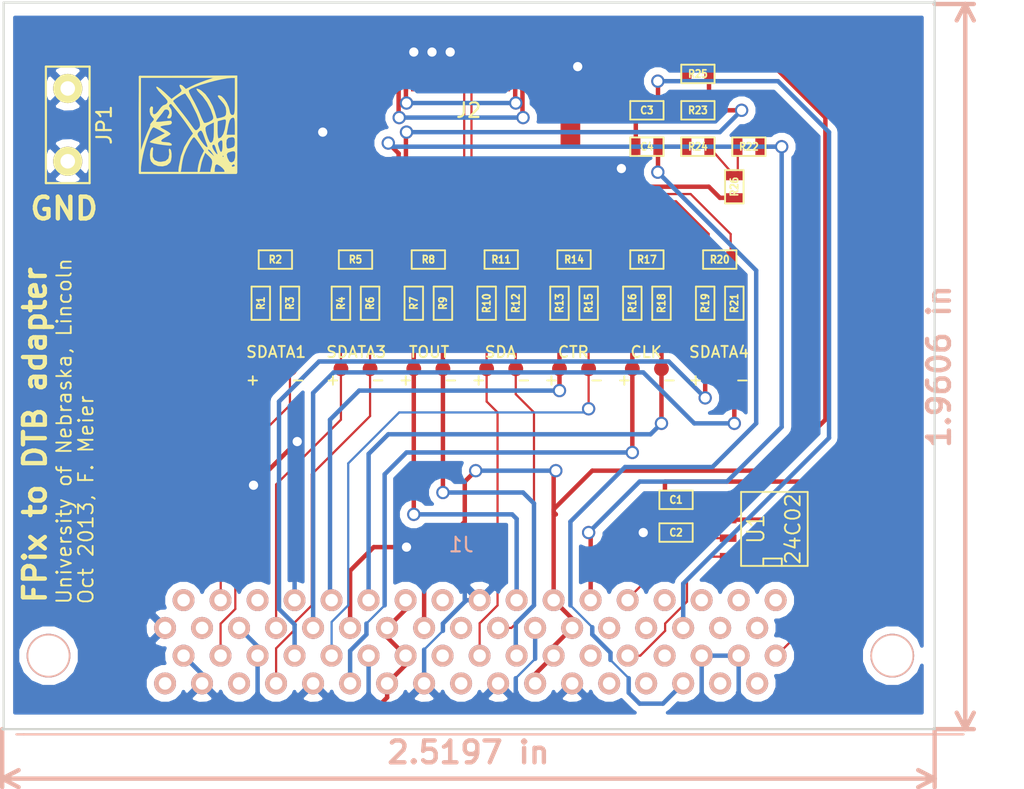
<source format=kicad_pcb>
(kicad_pcb (version 3) (host pcbnew "(2013-mar-13)-testing")

  (general
    (links 128)
    (no_connects 3)
    (area 119.924999 79.924999 194.1 136.100001)
    (thickness 1.6)
    (drawings 31)
    (tracks 443)
    (zones 0)
    (modules 49)
    (nets 67)
  )

  (page A4)
  (layers
    (15 F.Cu signal)
    (0 B.Cu signal)
    (16 B.Adhes user hide)
    (17 F.Adhes user hide)
    (18 B.Paste user hide)
    (19 F.Paste user hide)
    (20 B.SilkS user)
    (21 F.SilkS user)
    (22 B.Mask user hide)
    (23 F.Mask user hide)
    (24 Dwgs.User user hide)
    (25 Cmts.User user hide)
    (26 Eco1.User user hide)
    (27 Eco2.User user hide)
    (28 Edge.Cuts user)
  )

  (setup
    (last_trace_width 0.1524)
    (user_trace_width 0.1524)
    (user_trace_width 0.3048)
    (trace_clearance 0.1524)
    (zone_clearance 0.508)
    (zone_45_only no)
    (trace_min 0.1524)
    (segment_width 0.2)
    (edge_width 0.15)
    (via_size 0.9144)
    (via_drill 0.635)
    (via_min_size 0.889)
    (via_min_drill 0.508)
    (uvia_size 0.508)
    (uvia_drill 0.127)
    (uvias_allowed no)
    (uvia_min_size 0.508)
    (uvia_min_drill 0.127)
    (pcb_text_width 0.3)
    (pcb_text_size 1.5 1.5)
    (mod_edge_width 0.15)
    (mod_text_size 1.5 1.5)
    (mod_text_width 0.15)
    (pad_size 1.524 1.524)
    (pad_drill 0.762)
    (pad_to_mask_clearance 0.2)
    (aux_axis_origin 120.75 129)
    (visible_elements 7FFFFFFF)
    (pcbplotparams
      (layerselection 270565377)
      (usegerberextensions true)
      (excludeedgelayer true)
      (linewidth 0.100000)
      (plotframeref false)
      (viasonmask false)
      (mode 1)
      (useauxorigin false)
      (hpglpennumber 1)
      (hpglpenspeed 20)
      (hpglpendiameter 15)
      (hpglpenoverlay 2)
      (psnegative false)
      (psa4output false)
      (plotreference true)
      (plotvalue true)
      (plotothertext true)
      (plotinvisibletext false)
      (padsonsilk false)
      (subtractmaskfromsilk false)
      (outputformat 1)
      (mirror false)
      (drillshape 0)
      (scaleselection 1)
      (outputdirectory ""))
  )

  (net 0 "")
  (net 1 3V3)
  (net 2 AIN0)
  (net 3 AIN1)
  (net 4 CLK_n)
  (net 5 CLK_p)
  (net 6 CTR_n)
  (net 7 CTR_p)
  (net 8 GND)
  (net 9 HV)
  (net 10 I2C_SCL2)
  (net 11 I2C_SDA2)
  (net 12 N-0000010)
  (net 13 N-0000011)
  (net 14 N-0000012)
  (net 15 N-0000013)
  (net 16 N-0000014)
  (net 17 N-000003)
  (net 18 N-0000031)
  (net 19 N-0000037)
  (net 20 N-0000044)
  (net 21 N-0000045)
  (net 22 N-0000046)
  (net 23 N-0000047)
  (net 24 N-0000052)
  (net 25 N-0000053)
  (net 26 N-0000054)
  (net 27 N-0000055)
  (net 28 N-0000056)
  (net 29 N-0000057)
  (net 30 N-0000058)
  (net 31 N-0000059)
  (net 32 N-0000060)
  (net 33 N-0000061)
  (net 34 N-0000062)
  (net 35 N-0000063)
  (net 36 N-0000064)
  (net 37 N-0000065)
  (net 38 N-0000066)
  (net 39 N-000009)
  (net 40 RTD-)
  (net 41 SDATA1_n)
  (net 42 SDATA1_p)
  (net 43 SDATA3_n)
  (net 44 SDATA3_p)
  (net 45 SDATA4_n)
  (net 46 SDATA4_p)
  (net 47 SDA_n)
  (net 48 SDA_p)
  (net 49 TBM_160MHz_Out+)
  (net 50 TBM_160MHz_Out-)
  (net 51 TBM_Clk_In+)
  (net 52 TBM_Clk_In-)
  (net 53 TBM_Out_A+)
  (net 54 TBM_Out_A-)
  (net 55 TBM_RClk_Out+)
  (net 56 TBM_RClk_Out-)
  (net 57 TBM_RDa_Out+)
  (net 58 TBM_RDa_Out-)
  (net 59 TBM_SD_In+)
  (net 60 TBM_SD_In-)
  (net 61 TBM_Trig_In+)
  (net 62 TBM_Trig_In-)
  (net 63 TOUT_n)
  (net 64 TOUT_p)
  (net 65 VA)
  (net 66 VD)

  (net_class Default "This is the default net class."
    (clearance 0.1524)
    (trace_width 0.1524)
    (via_dia 0.9144)
    (via_drill 0.635)
    (uvia_dia 0.508)
    (uvia_drill 0.127)
    (add_net "")
    (add_net AIN0)
    (add_net AIN1)
    (add_net CLK_n)
    (add_net CLK_p)
    (add_net CTR_n)
    (add_net CTR_p)
    (add_net I2C_SCL2)
    (add_net I2C_SDA2)
    (add_net N-0000010)
    (add_net N-0000011)
    (add_net N-0000012)
    (add_net N-0000013)
    (add_net N-0000014)
    (add_net N-000003)
    (add_net N-0000031)
    (add_net N-0000037)
    (add_net N-0000044)
    (add_net N-0000045)
    (add_net N-0000046)
    (add_net N-0000047)
    (add_net N-0000052)
    (add_net N-0000053)
    (add_net N-0000054)
    (add_net N-0000055)
    (add_net N-0000056)
    (add_net N-0000057)
    (add_net N-0000058)
    (add_net N-0000059)
    (add_net N-0000060)
    (add_net N-0000061)
    (add_net N-0000062)
    (add_net N-0000063)
    (add_net N-0000064)
    (add_net N-0000065)
    (add_net N-0000066)
    (add_net N-000009)
    (add_net RTD-)
    (add_net SDATA1_n)
    (add_net SDATA1_p)
    (add_net SDATA3_n)
    (add_net SDATA3_p)
    (add_net SDATA4_n)
    (add_net SDATA4_p)
    (add_net SDA_n)
    (add_net SDA_p)
    (add_net TBM_160MHz_Out+)
    (add_net TBM_160MHz_Out-)
    (add_net TBM_Clk_In+)
    (add_net TBM_Clk_In-)
    (add_net TBM_Out_A+)
    (add_net TBM_Out_A-)
    (add_net TBM_RClk_Out+)
    (add_net TBM_RClk_Out-)
    (add_net TBM_RDa_Out+)
    (add_net TBM_RDa_Out-)
    (add_net TBM_SD_In+)
    (add_net TBM_SD_In-)
    (add_net TBM_Trig_In+)
    (add_net TBM_Trig_In-)
    (add_net TOUT_n)
    (add_net TOUT_p)
  )

  (net_class GND ""
    (clearance 0.1524)
    (trace_width 0.1524)
    (via_dia 0.9144)
    (via_drill 0.635)
    (uvia_dia 0.508)
    (uvia_drill 0.127)
    (add_net GND)
  )

  (net_class HV ""
    (clearance 0.3048)
    (trace_width 0.1524)
    (via_dia 0.9144)
    (via_drill 0.635)
    (uvia_dia 0.508)
    (uvia_drill 0.127)
    (add_net HV)
  )

  (net_class Power ""
    (clearance 0.1524)
    (trace_width 0.3048)
    (via_dia 0.9144)
    (via_drill 0.635)
    (uvia_dia 0.508)
    (uvia_drill 0.127)
    (add_net 3V3)
    (add_net VA)
    (add_net VD)
  )

  (module SM0603 (layer F.Cu) (tedit 4E43A3D1) (tstamp 526ED59B)
    (at 166.25 114.25)
    (path /526EC548)
    (attr smd)
    (fp_text reference C1 (at 0 0) (layer F.SilkS)
      (effects (font (size 0.508 0.4572) (thickness 0.1143)))
    )
    (fp_text value 100n (at 0 0) (layer F.SilkS) hide
      (effects (font (size 0.508 0.4572) (thickness 0.1143)))
    )
    (fp_line (start -1.143 -0.635) (end 1.143 -0.635) (layer F.SilkS) (width 0.127))
    (fp_line (start 1.143 -0.635) (end 1.143 0.635) (layer F.SilkS) (width 0.127))
    (fp_line (start 1.143 0.635) (end -1.143 0.635) (layer F.SilkS) (width 0.127))
    (fp_line (start -1.143 0.635) (end -1.143 -0.635) (layer F.SilkS) (width 0.127))
    (pad 1 smd rect (at -0.762 0) (size 0.635 1.143)
      (layers F.Cu F.Paste F.Mask)
      (net 8 GND)
    )
    (pad 2 smd rect (at 0.762 0) (size 0.635 1.143)
      (layers F.Cu F.Paste F.Mask)
      (net 1 3V3)
    )
    (model smd\resistors\R0603.wrl
      (at (xyz 0 0 0.001))
      (scale (xyz 0.5 0.5 0.5))
      (rotate (xyz 0 0 0))
    )
  )

  (module SM0603 (layer F.Cu) (tedit 4E43A3D1) (tstamp 526ED5A5)
    (at 166.25 116.5)
    (path /526EC55E)
    (attr smd)
    (fp_text reference C2 (at 0 0) (layer F.SilkS)
      (effects (font (size 0.508 0.4572) (thickness 0.1143)))
    )
    (fp_text value 1u (at 0 0) (layer F.SilkS) hide
      (effects (font (size 0.508 0.4572) (thickness 0.1143)))
    )
    (fp_line (start -1.143 -0.635) (end 1.143 -0.635) (layer F.SilkS) (width 0.127))
    (fp_line (start 1.143 -0.635) (end 1.143 0.635) (layer F.SilkS) (width 0.127))
    (fp_line (start 1.143 0.635) (end -1.143 0.635) (layer F.SilkS) (width 0.127))
    (fp_line (start -1.143 0.635) (end -1.143 -0.635) (layer F.SilkS) (width 0.127))
    (pad 1 smd rect (at -0.762 0) (size 0.635 1.143)
      (layers F.Cu F.Paste F.Mask)
      (net 8 GND)
    )
    (pad 2 smd rect (at 0.762 0) (size 0.635 1.143)
      (layers F.Cu F.Paste F.Mask)
      (net 1 3V3)
    )
    (model smd\resistors\R0603.wrl
      (at (xyz 0 0 0.001))
      (scale (xyz 0.5 0.5 0.5))
      (rotate (xyz 0 0 0))
    )
  )

  (module SM0603 (layer F.Cu) (tedit 4E43A3D1) (tstamp 526ED5AF)
    (at 164.25 87.5 180)
    (path /526C360D)
    (attr smd)
    (fp_text reference C3 (at 0 0 180) (layer F.SilkS)
      (effects (font (size 0.508 0.4572) (thickness 0.1143)))
    )
    (fp_text value 0.1u (at 0 0 180) (layer F.SilkS) hide
      (effects (font (size 0.508 0.4572) (thickness 0.1143)))
    )
    (fp_line (start -1.143 -0.635) (end 1.143 -0.635) (layer F.SilkS) (width 0.127))
    (fp_line (start 1.143 -0.635) (end 1.143 0.635) (layer F.SilkS) (width 0.127))
    (fp_line (start 1.143 0.635) (end -1.143 0.635) (layer F.SilkS) (width 0.127))
    (fp_line (start -1.143 0.635) (end -1.143 -0.635) (layer F.SilkS) (width 0.127))
    (pad 1 smd rect (at -0.762 0 180) (size 0.635 1.143)
      (layers F.Cu F.Paste F.Mask)
      (net 2 AIN0)
    )
    (pad 2 smd rect (at 0.762 0 180) (size 0.635 1.143)
      (layers F.Cu F.Paste F.Mask)
      (net 8 GND)
    )
    (model smd\resistors\R0603.wrl
      (at (xyz 0 0 0.001))
      (scale (xyz 0.5 0.5 0.5))
      (rotate (xyz 0 0 0))
    )
  )

  (module SM0603 (layer F.Cu) (tedit 4E43A3D1) (tstamp 526ED5B9)
    (at 164.25 90 180)
    (path /526C361C)
    (attr smd)
    (fp_text reference C4 (at 0 0 180) (layer F.SilkS)
      (effects (font (size 0.508 0.4572) (thickness 0.1143)))
    )
    (fp_text value 0.1u (at 0 0 180) (layer F.SilkS) hide
      (effects (font (size 0.508 0.4572) (thickness 0.1143)))
    )
    (fp_line (start -1.143 -0.635) (end 1.143 -0.635) (layer F.SilkS) (width 0.127))
    (fp_line (start 1.143 -0.635) (end 1.143 0.635) (layer F.SilkS) (width 0.127))
    (fp_line (start 1.143 0.635) (end -1.143 0.635) (layer F.SilkS) (width 0.127))
    (fp_line (start -1.143 0.635) (end -1.143 -0.635) (layer F.SilkS) (width 0.127))
    (pad 1 smd rect (at -0.762 0 180) (size 0.635 1.143)
      (layers F.Cu F.Paste F.Mask)
      (net 3 AIN1)
    )
    (pad 2 smd rect (at 0.762 0 180) (size 0.635 1.143)
      (layers F.Cu F.Paste F.Mask)
      (net 8 GND)
    )
    (model smd\resistors\R0603.wrl
      (at (xyz 0 0 0.001))
      (scale (xyz 0.5 0.5 0.5))
      (rotate (xyz 0 0 0))
    )
  )

  (module SCSI68 (layer B.Cu) (tedit 526FDF3B) (tstamp 526ED606)
    (at 151.5 123.05 180)
    (path /526C1593)
    (fp_text reference J1 (at 0 5.715 180) (layer B.SilkS)
      (effects (font (size 1 1) (thickness 0.15)) (justify mirror))
    )
    (fp_text value CONN-SCSI68 (at 0 7.62 180) (layer B.SilkS) hide
      (effects (font (size 1 1) (thickness 0.15)) (justify mirror))
    )
    (fp_line (start -34.48 -7.31) (end 30.02 -7.31) (layer B.SilkS) (width 0.15))
    (fp_line (start 30.02 -7.31) (end 30.52 -7.31) (layer B.SilkS) (width 0.15))
    (pad 1 thru_hole circle (at 20.32 0 180) (size 1.5 1.5) (drill 0.86)
      (layers *.Cu *.Mask B.SilkS)
      (net 8 GND)
    )
    (pad 2 thru_hole circle (at 20.32 -3.81 180) (size 1.5 1.5) (drill 0.86)
      (layers *.Cu *.Mask B.SilkS)
      (net 18 N-0000031)
    )
    (pad 3 thru_hole circle (at 19.05 1.905 180) (size 1.5 1.5) (drill 0.86)
      (layers *.Cu *.Mask B.SilkS)
      (net 19 N-0000037)
    )
    (pad 4 thru_hole circle (at 19.05 -1.905 180) (size 1.5 1.5) (drill 0.86)
      (layers *.Cu *.Mask B.SilkS)
      (net 8 GND)
    )
    (pad 5 thru_hole circle (at 17.78 0 180) (size 1.5 1.5) (drill 0.86)
      (layers *.Cu *.Mask B.SilkS)
      (net 13 N-0000011)
    )
    (pad 6 thru_hole circle (at 17.78 -3.81 180) (size 1.5 1.5) (drill 0.86)
      (layers *.Cu *.Mask B.SilkS)
      (net 8 GND)
    )
    (pad 7 thru_hole circle (at 16.51 1.905 180) (size 1.5 1.5) (drill 0.86)
      (layers *.Cu *.Mask B.SilkS)
      (net 42 SDATA1_p)
    )
    (pad 8 thru_hole circle (at 16.51 -1.905 180) (size 1.5 1.5) (drill 0.86)
      (layers *.Cu *.Mask B.SilkS)
      (net 41 SDATA1_n)
    )
    (pad 9 thru_hole circle (at 15.24 0 180) (size 1.5 1.5) (drill 0.86)
      (layers *.Cu *.Mask B.SilkS)
      (net 8 GND)
    )
    (pad 10 thru_hole circle (at 15.24 -3.81 180) (size 1.5 1.5) (drill 0.86)
      (layers *.Cu *.Mask B.SilkS)
      (net 15 N-0000013)
    )
    (pad 11 thru_hole circle (at 13.97 1.905 180) (size 1.5 1.5) (drill 0.86)
      (layers *.Cu *.Mask B.SilkS)
      (net 14 N-0000012)
    )
    (pad 12 thru_hole circle (at 13.97 -1.905 180) (size 1.5 1.5) (drill 0.86)
      (layers *.Cu *.Mask B.SilkS)
      (net 8 GND)
    )
    (pad 13 thru_hole circle (at 12.7 0 180) (size 1.5 1.5) (drill 0.86)
      (layers *.Cu *.Mask B.SilkS)
      (net 44 SDATA3_p)
    )
    (pad 14 thru_hole circle (at 12.7 -3.81 180) (size 1.5 1.5) (drill 0.86)
      (layers *.Cu *.Mask B.SilkS)
      (net 43 SDATA3_n)
    )
    (pad 15 thru_hole circle (at 11.43 1.905 180) (size 1.5 1.5) (drill 0.86)
      (layers *.Cu *.Mask B.SilkS)
      (net 8 GND)
    )
    (pad 16 thru_hole circle (at 11.43 -1.905 180) (size 1.5 1.5) (drill 0.86)
      (layers *.Cu *.Mask B.SilkS)
      (net 46 SDATA4_p)
    )
    (pad 17 thru_hole circle (at 10.16 0 180) (size 1.5 1.5) (drill 0.86)
      (layers *.Cu *.Mask B.SilkS)
      (net 45 SDATA4_n)
    )
    (pad 18 thru_hole circle (at 10.16 -3.81 180) (size 1.5 1.5) (drill 0.86)
      (layers *.Cu *.Mask B.SilkS)
      (net 8 GND)
    )
    (pad 19 thru_hole circle (at 8.89 1.905 180) (size 1.5 1.5) (drill 0.86)
      (layers *.Cu *.Mask B.SilkS)
      (net 7 CTR_p)
    )
    (pad 20 thru_hole circle (at 8.89 -1.905 180) (size 1.5 1.5) (drill 0.86)
      (layers *.Cu *.Mask B.SilkS)
      (net 6 CTR_n)
    )
    (pad 21 thru_hole circle (at 7.62 0 180) (size 1.5 1.5) (drill 0.86)
      (layers *.Cu *.Mask B.SilkS)
      (net 8 GND)
    )
    (pad 22 thru_hole circle (at 7.62 -3.81 180) (size 1.5 1.5) (drill 0.86)
      (layers *.Cu *.Mask B.SilkS)
      (net 5 CLK_p)
    )
    (pad 23 thru_hole circle (at 6.35 1.905 180) (size 1.5 1.5) (drill 0.86)
      (layers *.Cu *.Mask B.SilkS)
      (net 4 CLK_n)
    )
    (pad 24 thru_hole circle (at 6.35 -1.905 180) (size 1.5 1.5) (drill 0.86)
      (layers *.Cu *.Mask B.SilkS)
      (net 8 GND)
    )
    (pad 25 thru_hole circle (at 5.08 0 180) (size 1.5 1.5) (drill 0.86)
      (layers *.Cu *.Mask B.SilkS)
      (net 65 VA)
    )
    (pad 26 thru_hole circle (at 5.08 -3.81 180) (size 1.5 1.5) (drill 0.86)
      (layers *.Cu *.Mask B.SilkS)
      (net 65 VA)
    )
    (pad 27 thru_hole circle (at 3.81 1.905 180) (size 1.5 1.5) (drill 0.86)
      (layers *.Cu *.Mask B.SilkS)
      (net 65 VA)
    )
    (pad 28 thru_hole circle (at 3.81 -1.905 180) (size 1.5 1.5) (drill 0.86)
      (layers *.Cu *.Mask B.SilkS)
      (net 65 VA)
    )
    (pad 29 thru_hole circle (at 2.54 0 180) (size 1.5 1.5) (drill 0.86)
      (layers *.Cu *.Mask B.SilkS)
      (net 66 VD)
    )
    (pad 30 thru_hole circle (at 2.54 -3.81 180) (size 1.5 1.5) (drill 0.86)
      (layers *.Cu *.Mask B.SilkS)
      (net 8 GND)
    )
    (pad 31 thru_hole circle (at 1.27 1.905 180) (size 1.5 1.5) (drill 0.86)
      (layers *.Cu *.Mask B.SilkS)
      (net 36 N-0000064)
    )
    (pad 32 thru_hole circle (at 1.27 -1.905 180) (size 1.5 1.5) (drill 0.86)
      (layers *.Cu *.Mask B.SilkS)
      (net 35 N-0000063)
    )
    (pad 33 thru_hole circle (at 0 0 180) (size 1.5 1.5) (drill 0.86)
      (layers *.Cu *.Mask B.SilkS)
      (net 31 N-0000059)
    )
    (pad 34 thru_hole circle (at 0 -3.81 180) (size 1.5 1.5) (drill 0.86)
      (layers *.Cu *.Mask B.SilkS)
      (net 33 N-0000061)
    )
    (pad 35 thru_hole circle (at -1.27 1.905 180) (size 1.5 1.5) (drill 0.86)
      (layers *.Cu *.Mask B.SilkS)
      (net 8 GND)
    )
    (pad 36 thru_hole circle (at -1.27 -1.905 180) (size 1.5 1.5) (drill 0.86)
      (layers *.Cu *.Mask B.SilkS)
      (net 48 SDA_p)
    )
    (pad 37 thru_hole circle (at -2.54 0 180) (size 1.5 1.5) (drill 0.86)
      (layers *.Cu *.Mask B.SilkS)
      (net 47 SDA_n)
    )
    (pad 38 thru_hole circle (at -2.54 -3.81 180) (size 1.5 1.5) (drill 0.86)
      (layers *.Cu *.Mask B.SilkS)
      (net 8 GND)
    )
    (pad 39 thru_hole circle (at -3.81 1.905 180) (size 1.5 1.5) (drill 0.86)
      (layers *.Cu *.Mask B.SilkS)
      (net 64 TOUT_p)
    )
    (pad 40 thru_hole circle (at -3.81 -1.905 180) (size 1.5 1.5) (drill 0.86)
      (layers *.Cu *.Mask B.SilkS)
      (net 63 TOUT_n)
    )
    (pad 41 thru_hole circle (at -5.08 0 180) (size 1.5 1.5) (drill 0.86)
      (layers *.Cu *.Mask B.SilkS)
      (net 8 GND)
    )
    (pad 42 thru_hole circle (at -5.08 -3.81 180) (size 1.5 1.5) (drill 0.86)
      (layers *.Cu *.Mask B.SilkS)
      (net 66 VD)
    )
    (pad 43 thru_hole circle (at -6.35 1.905 180) (size 1.5 1.5) (drill 0.86)
      (layers *.Cu *.Mask B.SilkS)
      (net 66 VD)
    )
    (pad 44 thru_hole circle (at -6.35 -1.905 180) (size 1.5 1.5) (drill 0.86)
      (layers *.Cu *.Mask B.SilkS)
      (net 66 VD)
    )
    (pad 45 thru_hole circle (at -7.62 0 180) (size 1.5 1.5) (drill 0.86)
      (layers *.Cu *.Mask B.SilkS)
      (net 66 VD)
    )
    (pad 46 thru_hole circle (at -7.62 -3.81 180) (size 1.5 1.5) (drill 0.86)
      (layers *.Cu *.Mask B.SilkS)
      (net 8 GND)
    )
    (pad 47 thru_hole circle (at -8.89 1.905 180) (size 1.5 1.5) (drill 0.86)
      (layers *.Cu *.Mask B.SilkS)
      (net 1 3V3)
    )
    (pad 48 thru_hole circle (at -8.89 -1.905 180) (size 1.5 1.5) (drill 0.86)
      (layers *.Cu *.Mask B.SilkS)
      (net 12 N-0000010)
    )
    (pad 49 thru_hole circle (at -10.16 0 180) (size 1.5 1.5) (drill 0.86)
      (layers *.Cu *.Mask B.SilkS)
      (net 39 N-000009)
    )
    (pad 50 thru_hole circle (at -10.16 -3.81 180) (size 1.5 1.5) (drill 0.86)
      (layers *.Cu *.Mask B.SilkS)
      (net 37 N-0000065)
    )
    (pad 51 thru_hole circle (at -11.43 1.905 180) (size 1.5 1.5) (drill 0.86)
      (layers *.Cu *.Mask B.SilkS)
      (net 10 I2C_SCL2)
    )
    (pad 52 thru_hole circle (at -11.43 -1.905 180) (size 1.5 1.5) (drill 0.86)
      (layers *.Cu *.Mask B.SilkS)
      (net 11 I2C_SDA2)
    )
    (pad 53 thru_hole circle (at -12.7 0 180) (size 1.5 1.5) (drill 0.86)
      (layers *.Cu *.Mask B.SilkS)
      (net 32 N-0000060)
    )
    (pad 54 thru_hole circle (at -12.7 -3.81 180) (size 1.5 1.5) (drill 0.86)
      (layers *.Cu *.Mask B.SilkS)
      (net 34 N-0000062)
    )
    (pad 55 thru_hole circle (at -13.97 1.905 180) (size 1.5 1.5) (drill 0.86)
      (layers *.Cu *.Mask B.SilkS)
      (net 25 N-0000053)
    )
    (pad 56 thru_hole circle (at -13.97 -1.905 180) (size 1.5 1.5) (drill 0.86)
      (layers *.Cu *.Mask B.SilkS)
      (net 24 N-0000052)
    )
    (pad 57 thru_hole circle (at -15.24 0 180) (size 1.5 1.5) (drill 0.86)
      (layers *.Cu *.Mask B.SilkS)
      (net 2 AIN0)
    )
    (pad 58 thru_hole circle (at -15.24 -3.81 180) (size 1.5 1.5) (drill 0.86)
      (layers *.Cu *.Mask B.SilkS)
      (net 3 AIN1)
    )
    (pad 59 thru_hole circle (at -16.51 1.905 180) (size 1.5 1.5) (drill 0.86)
      (layers *.Cu *.Mask B.SilkS)
      (net 16 N-0000014)
    )
    (pad 60 thru_hole circle (at -16.51 -1.905 180) (size 1.5 1.5) (drill 0.86)
      (layers *.Cu *.Mask B.SilkS)
      (net 8 GND)
    )
    (pad 61 thru_hole circle (at -17.78 0 180) (size 1.5 1.5) (drill 0.86)
      (layers *.Cu *.Mask B.SilkS)
      (net 38 N-0000066)
    )
    (pad 62 thru_hole circle (at -17.78 -3.81 180) (size 1.5 1.5) (drill 0.86)
      (layers *.Cu *.Mask B.SilkS)
      (net 30 N-0000058)
    )
    (pad 63 thru_hole circle (at -19.05 1.905 180) (size 1.5 1.5) (drill 0.86)
      (layers *.Cu *.Mask B.SilkS)
      (net 29 N-0000057)
    )
    (pad 64 thru_hole circle (at -19.05 -1.905 180) (size 1.5 1.5) (drill 0.86)
      (layers *.Cu *.Mask B.SilkS)
      (net 8 GND)
    )
    (pad 65 thru_hole circle (at -20.32 0 180) (size 1.5 1.5) (drill 0.86)
      (layers *.Cu *.Mask B.SilkS)
      (net 26 N-0000054)
    )
    (pad 66 thru_hole circle (at -20.32 -3.81 180) (size 1.5 1.5) (drill 0.86)
      (layers *.Cu *.Mask B.SilkS)
      (net 27 N-0000055)
    )
    (pad 67 thru_hole circle (at -21.59 1.905 180) (size 1.5 1.5) (drill 0.86)
      (layers *.Cu *.Mask B.SilkS)
      (net 28 N-0000056)
    )
    (pad 68 thru_hole circle (at -21.59 -1.905 180) (size 1.5 1.5) (drill 0.86)
      (layers *.Cu *.Mask B.SilkS)
      (net 9 HV)
    )
    (pad 71 thru_hole circle (at -29.59 -1.905 180) (size 3 3) (drill 2.77)
      (layers *.Cu *.Mask B.SilkS)
    )
    (pad 72 thru_hole circle (at 28.32 -1.905 180) (size 3 3) (drill 2.77)
      (layers *.Cu *.Mask B.SilkS)
    )
  )

  (module SMK20 (layer F.Cu) (tedit 526C87E4) (tstamp 526ED634)
    (at 152 90.75)
    (path /526C1CFC)
    (fp_text reference J2 (at 0.02 -3.25) (layer F.SilkS)
      (effects (font (size 1 1) (thickness 0.15)))
    )
    (fp_text value CONN-SMK20 (at -0.23 -1.25) (layer F.SilkS) hide
      (effects (font (size 1 1) (thickness 0.15)))
    )
    (pad 1 smd rect (at -4.79 0.5) (size 0.3 0.9)
      (layers F.Cu F.Paste F.Mask)
      (net 1 3V3)
    )
    (pad 2 smd rect (at -4.79 -5) (size 0.3 0.9)
      (layers F.Cu F.Paste F.Mask)
      (net 65 VA)
    )
    (pad 3 smd rect (at -4.29 0.5) (size 0.3 0.9)
      (layers F.Cu F.Paste F.Mask)
      (net 40 RTD-)
    )
    (pad 4 smd rect (at -4.29 -5) (size 0.3 0.9)
      (layers F.Cu F.Paste F.Mask)
      (net 65 VA)
    )
    (pad 5 smd rect (at -3.79 0.5) (size 0.3 0.9)
      (layers F.Cu F.Paste F.Mask)
      (net 53 TBM_Out_A+)
    )
    (pad 6 smd rect (at -3.79 -5) (size 0.3 0.9)
      (layers F.Cu F.Paste F.Mask)
      (net 8 GND)
    )
    (pad 7 smd rect (at -3.29 0.5) (size 0.3 0.9)
      (layers F.Cu F.Paste F.Mask)
      (net 54 TBM_Out_A-)
    )
    (pad 8 smd rect (at -3.29 -5) (size 0.3 0.9)
      (layers F.Cu F.Paste F.Mask)
      (net 8 GND)
    )
    (pad 9 smd rect (at -2.79 0.5) (size 0.3 0.9)
      (layers F.Cu F.Paste F.Mask)
      (net 55 TBM_RClk_Out+)
    )
    (pad 10 smd rect (at -2.79 -5) (size 0.3 0.9)
      (layers F.Cu F.Paste F.Mask)
      (net 8 GND)
    )
    (pad 11 smd rect (at -2.29 0.5) (size 0.3 0.9)
      (layers F.Cu F.Paste F.Mask)
      (net 56 TBM_RClk_Out-)
    )
    (pad 12 smd rect (at -2.29 -5) (size 0.3 0.9)
      (layers F.Cu F.Paste F.Mask)
      (net 8 GND)
    )
    (pad 13 smd rect (at -1.79 0.5) (size 0.3 0.9)
      (layers F.Cu F.Paste F.Mask)
      (net 57 TBM_RDa_Out+)
    )
    (pad 14 smd rect (at -1.79 -5) (size 0.3 0.9)
      (layers F.Cu F.Paste F.Mask)
      (net 8 GND)
    )
    (pad 15 smd rect (at -1.29 0.5) (size 0.3 0.9)
      (layers F.Cu F.Paste F.Mask)
      (net 58 TBM_RDa_Out-)
    )
    (pad 16 smd rect (at -1.29 -5) (size 0.3 0.9)
      (layers F.Cu F.Paste F.Mask)
      (net 8 GND)
    )
    (pad 17 smd rect (at -0.79 0.5) (size 0.3 0.9)
      (layers F.Cu F.Paste F.Mask)
      (net 20 N-0000044)
    )
    (pad 18 smd rect (at -0.79 -5) (size 0.3 0.9)
      (layers F.Cu F.Paste F.Mask)
      (net 22 N-0000046)
    )
    (pad 19 smd rect (at -0.29 0.5) (size 0.3 0.9)
      (layers F.Cu F.Paste F.Mask)
      (net 9 HV)
    )
    (pad 20 smd rect (at -0.29 -5) (size 0.3 0.9)
      (layers F.Cu F.Paste F.Mask)
      (net 9 HV)
    )
    (pad 21 smd rect (at 0.21 0.5) (size 0.3 0.9)
      (layers F.Cu F.Paste F.Mask)
      (net 9 HV)
    )
    (pad 22 smd rect (at 0.21 -5) (size 0.3 0.9)
      (layers F.Cu F.Paste F.Mask)
      (net 9 HV)
    )
    (pad 23 smd rect (at 0.71 0.5) (size 0.3 0.9)
      (layers F.Cu F.Paste F.Mask)
      (net 21 N-0000045)
    )
    (pad 24 smd rect (at 0.71 -5) (size 0.3 0.9)
      (layers F.Cu F.Paste F.Mask)
      (net 23 N-0000047)
    )
    (pad 25 smd rect (at 1.21 0.5) (size 0.3 0.9)
      (layers F.Cu F.Paste F.Mask)
      (net 59 TBM_SD_In+)
    )
    (pad 26 smd rect (at 1.21 -5) (size 0.3 0.9)
      (layers F.Cu F.Paste F.Mask)
      (net 66 VD)
    )
    (pad 27 smd rect (at 1.71 0.5) (size 0.3 0.9)
      (layers F.Cu F.Paste F.Mask)
      (net 60 TBM_SD_In-)
    )
    (pad 28 smd rect (at 1.71 -5) (size 0.3 0.9)
      (layers F.Cu F.Paste F.Mask)
      (net 66 VD)
    )
    (pad 29 smd rect (at 2.21 0.5) (size 0.3 0.9)
      (layers F.Cu F.Paste F.Mask)
      (net 61 TBM_Trig_In+)
    )
    (pad 30 smd rect (at 2.21 -5) (size 0.3 0.9)
      (layers F.Cu F.Paste F.Mask)
      (net 66 VD)
    )
    (pad 31 smd rect (at 2.71 0.5) (size 0.3 0.9)
      (layers F.Cu F.Paste F.Mask)
      (net 62 TBM_Trig_In-)
    )
    (pad 32 smd rect (at 2.71 -5) (size 0.3 0.9)
      (layers F.Cu F.Paste F.Mask)
      (net 66 VD)
    )
    (pad 33 smd rect (at 3.21 0.5) (size 0.3 0.9)
      (layers F.Cu F.Paste F.Mask)
      (net 51 TBM_Clk_In+)
    )
    (pad 34 smd rect (at 3.21 -5) (size 0.3 0.9)
      (layers F.Cu F.Paste F.Mask)
      (net 65 VA)
    )
    (pad 35 smd rect (at 3.71 0.5) (size 0.3 0.9)
      (layers F.Cu F.Paste F.Mask)
      (net 52 TBM_Clk_In-)
    )
    (pad 36 smd rect (at 3.71 -5) (size 0.3 0.9)
      (layers F.Cu F.Paste F.Mask)
      (net 65 VA)
    )
    (pad 37 smd rect (at 4.21 0.5) (size 0.3 0.9)
      (layers F.Cu F.Paste F.Mask)
      (net 49 TBM_160MHz_Out+)
    )
    (pad 38 smd rect (at 4.21 -5) (size 0.3 0.9)
      (layers F.Cu F.Paste F.Mask)
      (net 8 GND)
    )
    (pad 39 smd rect (at 4.71 0.5) (size 0.3 0.9)
      (layers F.Cu F.Paste F.Mask)
      (net 50 TBM_160MHz_Out-)
    )
    (pad 40 smd rect (at 4.71 -5) (size 0.3 0.9)
      (layers F.Cu F.Paste F.Mask)
      (net 8 GND)
    )
    (pad 41 smd rect (at -7.25 -1.75) (size 1.35 2.2)
      (layers F.Cu F.Paste F.Mask)
      (net 8 GND)
    )
    (pad 42 smd rect (at 7 -1.75) (size 1.35 2.2)
      (layers F.Cu F.Paste F.Mask)
      (net 8 GND)
    )
  )

  (module jumper (layer F.Cu) (tedit 526ED35C) (tstamp 526ED63E)
    (at 124.5 88.5 270)
    (path /526EC969)
    (fp_text reference JP1 (at 0 -2.5 270) (layer F.SilkS)
      (effects (font (size 1 1) (thickness 0.15)))
    )
    (fp_text value JUMPER (at 0.5 0 270) (layer F.SilkS) hide
      (effects (font (size 1 1) (thickness 0.15)))
    )
    (fp_line (start -4 1.5) (end 4 1.5) (layer F.SilkS) (width 0.15))
    (fp_line (start 4 1.5) (end 4 -1.5) (layer F.SilkS) (width 0.15))
    (fp_line (start 4 -1.5) (end -4 -1.5) (layer F.SilkS) (width 0.15))
    (fp_line (start -4 -1.5) (end -4 1.5) (layer F.SilkS) (width 0.15))
    (pad 1 thru_hole circle (at -2.5 0 270) (size 2 2) (drill 1)
      (layers *.Cu *.Mask F.SilkS)
      (net 8 GND)
    )
    (pad 2 thru_hole circle (at 2.5 0 270) (size 2 2) (drill 1)
      (layers *.Cu *.Mask F.SilkS)
      (net 8 GND)
    )
  )

  (module testpad (layer F.Cu) (tedit 5270158E) (tstamp 526ED643)
    (at 137.75 105.25)
    (path /526ECC25)
    (fp_text reference P1 (at 0 -1.75) (layer F.SilkS) hide
      (effects (font (size 0.5 0.5) (thickness 0.125)))
    )
    (fp_text value SDATA1+ (at 0.5 2 90) (layer F.SilkS) hide
      (effects (font (size 0.5 0.5) (thickness 0.05)))
    )
    (pad 1 smd circle (at 0 0) (size 1.016 1.016)
      (layers F.Cu F.Paste F.Mask)
      (net 42 SDATA1_p)
    )
  )

  (module testpad (layer F.Cu) (tedit 5270158A) (tstamp 526ED648)
    (at 139.75 105.25)
    (path /526ECC34)
    (fp_text reference P2 (at 0 -1.75) (layer F.SilkS) hide
      (effects (font (size 1.5 1.5) (thickness 0.05)))
    )
    (fp_text value SDATA1- (at -0.75 2 90) (layer F.SilkS) hide
      (effects (font (size 0.5 0.5) (thickness 0.05)))
    )
    (pad 1 smd circle (at 0 0) (size 1.016 1.016)
      (layers F.Cu F.Paste F.Mask)
      (net 41 SDATA1_n)
    )
  )

  (module testpad (layer F.Cu) (tedit 52701583) (tstamp 526ED64D)
    (at 143.25 105.25)
    (path /526ECC43)
    (fp_text reference P3 (at 0 -1.75) (layer F.SilkS) hide
      (effects (font (size 0.5 0.5) (thickness 0.05)))
    )
    (fp_text value SDATA3+ (at 0.5 2 90) (layer F.SilkS) hide
      (effects (font (size 0.5 0.5) (thickness 0.05)))
    )
    (pad 1 smd circle (at 0 0) (size 1.016 1.016)
      (layers F.Cu F.Paste F.Mask)
      (net 44 SDATA3_p)
    )
  )

  (module testpad (layer F.Cu) (tedit 52701587) (tstamp 526ED652)
    (at 145.25 105.25)
    (path /526ECC52)
    (fp_text reference P4 (at 0 -1.75) (layer F.SilkS) hide
      (effects (font (size 0.5 0.5) (thickness 0.05)))
    )
    (fp_text value SDATA3- (at -0.75 2 90) (layer F.SilkS) hide
      (effects (font (size 0.5 0.5) (thickness 0.05)))
    )
    (pad 1 smd circle (at 0 0) (size 1.016 1.016)
      (layers F.Cu F.Paste F.Mask)
      (net 43 SDATA3_n)
    )
  )

  (module testpad (layer F.Cu) (tedit 5270157C) (tstamp 526ED657)
    (at 148.25 105.25)
    (path /526ECC61)
    (fp_text reference P5 (at 0 -1.75) (layer F.SilkS) hide
      (effects (font (size 0.5 0.5) (thickness 0.05)))
    )
    (fp_text value TOUT+ (at 0.5 1.5 90) (layer F.SilkS) hide
      (effects (font (size 0.5 0.5) (thickness 0.05)))
    )
    (pad 1 smd circle (at 0 0) (size 1.016 1.016)
      (layers F.Cu F.Paste F.Mask)
      (net 64 TOUT_p)
    )
  )

  (module testpad (layer F.Cu) (tedit 52701580) (tstamp 526ED65C)
    (at 150.25 105.25)
    (path /526ECC70)
    (fp_text reference P6 (at 0 -1.75) (layer F.SilkS) hide
      (effects (font (size 0.5 0.5) (thickness 0.05)))
    )
    (fp_text value TOUT- (at -0.75 1.5 90) (layer F.SilkS) hide
      (effects (font (size 0.5 0.5) (thickness 0.05)))
    )
    (pad 1 smd circle (at 0 0) (size 1.016 1.016)
      (layers F.Cu F.Paste F.Mask)
      (net 63 TOUT_n)
    )
  )

  (module testpad (layer F.Cu) (tedit 52701569) (tstamp 526ED661)
    (at 153.25 105.25)
    (path /526ECC7F)
    (fp_text reference P7 (at 0 -1.75) (layer F.SilkS) hide
      (effects (font (size 0.5 0.5) (thickness 0.05)))
    )
    (fp_text value SDA+ (at 0.5 1.25 90) (layer F.SilkS) hide
      (effects (font (size 0.5 0.5) (thickness 0.05)))
    )
    (pad 1 smd circle (at 0 0) (size 1.016 1.016)
      (layers F.Cu F.Paste F.Mask)
      (net 48 SDA_p)
    )
  )

  (module testpad (layer F.Cu) (tedit 52701565) (tstamp 526ED666)
    (at 155.25 105.25)
    (path /526ECC8E)
    (fp_text reference P8 (at 0 -1.75) (layer F.SilkS) hide
      (effects (font (size 0.5 0.5) (thickness 0.05)))
    )
    (fp_text value SDA- (at -0.75 1.25 90) (layer F.SilkS) hide
      (effects (font (size 0.5 0.5) (thickness 0.05)))
    )
    (pad 1 smd circle (at 0 0) (size 1.016 1.016)
      (layers F.Cu F.Paste F.Mask)
      (net 47 SDA_n)
    )
  )

  (module testpad (layer F.Cu) (tedit 52701417) (tstamp 526ED66B)
    (at 158.25 105.25)
    (path /526ECC9D)
    (fp_text reference P9 (at 0 -1.75) (layer F.SilkS) hide
      (effects (font (size 0.5 0.5) (thickness 0.05)))
    )
    (fp_text value CTR+ (at 0.5 -1.5 90) (layer F.SilkS) hide
      (effects (font (size 0.5 0.5) (thickness 0.05)))
    )
    (pad 1 smd circle (at 0 0) (size 1.016 1.016)
      (layers F.Cu F.Paste F.Mask)
      (net 7 CTR_p)
    )
  )

  (module testpad (layer F.Cu) (tedit 5270141B) (tstamp 526ED670)
    (at 160.25 105.25)
    (path /526ECCAC)
    (fp_text reference P10 (at 0 -1.75) (layer F.SilkS) hide
      (effects (font (size 0.5 0.5) (thickness 0.05)))
    )
    (fp_text value CTR- (at -0.75 -1.5 90) (layer F.SilkS) hide
      (effects (font (size 0.5 0.5) (thickness 0.05)))
    )
    (pad 1 smd circle (at 0 0) (size 1.016 1.016)
      (layers F.Cu F.Paste F.Mask)
      (net 6 CTR_n)
    )
  )

  (module testpad (layer F.Cu) (tedit 52701557) (tstamp 526ED675)
    (at 163.25 105.25)
    (path /526ECCBB)
    (fp_text reference P11 (at 0 -1.75) (layer F.SilkS) hide
      (effects (font (size 0.5 0.5) (thickness 0.05)))
    )
    (fp_text value CLK+ (at 0.5 1.25 90) (layer F.SilkS) hide
      (effects (font (size 0.5 0.5) (thickness 0.05)))
    )
    (pad 1 smd circle (at 0 0) (size 1.016 1.016)
      (layers F.Cu F.Paste F.Mask)
      (net 5 CLK_p)
    )
  )

  (module testpad (layer F.Cu) (tedit 5270155A) (tstamp 526ED67A)
    (at 165.25 105.25)
    (path /526ECCCA)
    (fp_text reference P12 (at 0 -1.75) (layer F.SilkS) hide
      (effects (font (size 0.5 0.5) (thickness 0.05)))
    )
    (fp_text value CLK- (at -0.75 1.25 90) (layer F.SilkS) hide
      (effects (font (size 0.5 0.5) (thickness 0.05)))
    )
    (pad 1 smd circle (at 0 0) (size 1.016 1.016)
      (layers F.Cu F.Paste F.Mask)
      (net 4 CLK_n)
    )
  )

  (module testpad (layer F.Cu) (tedit 5270155E) (tstamp 526ED67F)
    (at 168.25 105.25)
    (path /526ECCD9)
    (fp_text reference P13 (at 0 -1.75) (layer F.SilkS) hide
      (effects (font (size 0.5 0.5) (thickness 0.05)))
    )
    (fp_text value SDATA4+ (at 0.75 2 90) (layer F.SilkS) hide
      (effects (font (size 0.5 0.5) (thickness 0.05)))
    )
    (pad 1 smd circle (at 0 0) (size 1.016 1.016)
      (layers F.Cu F.Paste F.Mask)
      (net 46 SDATA4_p)
    )
  )

  (module testpad (layer F.Cu) (tedit 52701561) (tstamp 526ED684)
    (at 170.25 105.25)
    (path /526ECCE8)
    (fp_text reference P14 (at 0 -1.75) (layer F.SilkS) hide
      (effects (font (size 0.5 0.5) (thickness 0.05)))
    )
    (fp_text value SDATA4- (at -0.5 2 90) (layer F.SilkS) hide
      (effects (font (size 0.5 0.5) (thickness 0.05)))
    )
    (pad 1 smd circle (at 0 0) (size 1.016 1.016)
      (layers F.Cu F.Paste F.Mask)
      (net 45 SDATA4_n)
    )
  )

  (module SM0603 (layer F.Cu) (tedit 4E43A3D1) (tstamp 526ED68E)
    (at 137.75 100.75 90)
    (path /526BF93C)
    (attr smd)
    (fp_text reference R1 (at 0 0 90) (layer F.SilkS)
      (effects (font (size 0.508 0.4572) (thickness 0.1143)))
    )
    (fp_text value 39 (at 0 0 90) (layer F.SilkS) hide
      (effects (font (size 0.508 0.4572) (thickness 0.1143)))
    )
    (fp_line (start -1.143 -0.635) (end 1.143 -0.635) (layer F.SilkS) (width 0.127))
    (fp_line (start 1.143 -0.635) (end 1.143 0.635) (layer F.SilkS) (width 0.127))
    (fp_line (start 1.143 0.635) (end -1.143 0.635) (layer F.SilkS) (width 0.127))
    (fp_line (start -1.143 0.635) (end -1.143 -0.635) (layer F.SilkS) (width 0.127))
    (pad 1 smd rect (at -0.762 0 90) (size 0.635 1.143)
      (layers F.Cu F.Paste F.Mask)
      (net 42 SDATA1_p)
    )
    (pad 2 smd rect (at 0.762 0 90) (size 0.635 1.143)
      (layers F.Cu F.Paste F.Mask)
      (net 53 TBM_Out_A+)
    )
    (model smd\resistors\R0603.wrl
      (at (xyz 0 0 0.001))
      (scale (xyz 0.5 0.5 0.5))
      (rotate (xyz 0 0 0))
    )
  )

  (module SM0603 (layer F.Cu) (tedit 4E43A3D1) (tstamp 526ED698)
    (at 138.75 97.75)
    (path /526C1DAB)
    (attr smd)
    (fp_text reference R2 (at 0 0) (layer F.SilkS)
      (effects (font (size 0.508 0.4572) (thickness 0.1143)))
    )
    (fp_text value 91 (at 0 0) (layer F.SilkS) hide
      (effects (font (size 0.508 0.4572) (thickness 0.1143)))
    )
    (fp_line (start -1.143 -0.635) (end 1.143 -0.635) (layer F.SilkS) (width 0.127))
    (fp_line (start 1.143 -0.635) (end 1.143 0.635) (layer F.SilkS) (width 0.127))
    (fp_line (start 1.143 0.635) (end -1.143 0.635) (layer F.SilkS) (width 0.127))
    (fp_line (start -1.143 0.635) (end -1.143 -0.635) (layer F.SilkS) (width 0.127))
    (pad 1 smd rect (at -0.762 0) (size 0.635 1.143)
      (layers F.Cu F.Paste F.Mask)
      (net 53 TBM_Out_A+)
    )
    (pad 2 smd rect (at 0.762 0) (size 0.635 1.143)
      (layers F.Cu F.Paste F.Mask)
      (net 54 TBM_Out_A-)
    )
    (model smd\resistors\R0603.wrl
      (at (xyz 0 0 0.001))
      (scale (xyz 0.5 0.5 0.5))
      (rotate (xyz 0 0 0))
    )
  )

  (module SM0603 (layer F.Cu) (tedit 4E43A3D1) (tstamp 526ED6A2)
    (at 139.75 100.75 90)
    (path /526BF9D2)
    (attr smd)
    (fp_text reference R3 (at 0 0 90) (layer F.SilkS)
      (effects (font (size 0.508 0.4572) (thickness 0.1143)))
    )
    (fp_text value 39 (at 0 0 90) (layer F.SilkS) hide
      (effects (font (size 0.508 0.4572) (thickness 0.1143)))
    )
    (fp_line (start -1.143 -0.635) (end 1.143 -0.635) (layer F.SilkS) (width 0.127))
    (fp_line (start 1.143 -0.635) (end 1.143 0.635) (layer F.SilkS) (width 0.127))
    (fp_line (start 1.143 0.635) (end -1.143 0.635) (layer F.SilkS) (width 0.127))
    (fp_line (start -1.143 0.635) (end -1.143 -0.635) (layer F.SilkS) (width 0.127))
    (pad 1 smd rect (at -0.762 0 90) (size 0.635 1.143)
      (layers F.Cu F.Paste F.Mask)
      (net 41 SDATA1_n)
    )
    (pad 2 smd rect (at 0.762 0 90) (size 0.635 1.143)
      (layers F.Cu F.Paste F.Mask)
      (net 54 TBM_Out_A-)
    )
    (model smd\resistors\R0603.wrl
      (at (xyz 0 0 0.001))
      (scale (xyz 0.5 0.5 0.5))
      (rotate (xyz 0 0 0))
    )
  )

  (module SM0603 (layer F.Cu) (tedit 4E43A3D1) (tstamp 526ED6AC)
    (at 143.25 100.75 90)
    (path /526C2B42)
    (attr smd)
    (fp_text reference R4 (at 0 0 90) (layer F.SilkS)
      (effects (font (size 0.508 0.4572) (thickness 0.1143)))
    )
    (fp_text value 39 (at 0 0 90) (layer F.SilkS) hide
      (effects (font (size 0.508 0.4572) (thickness 0.1143)))
    )
    (fp_line (start -1.143 -0.635) (end 1.143 -0.635) (layer F.SilkS) (width 0.127))
    (fp_line (start 1.143 -0.635) (end 1.143 0.635) (layer F.SilkS) (width 0.127))
    (fp_line (start 1.143 0.635) (end -1.143 0.635) (layer F.SilkS) (width 0.127))
    (fp_line (start -1.143 0.635) (end -1.143 -0.635) (layer F.SilkS) (width 0.127))
    (pad 1 smd rect (at -0.762 0 90) (size 0.635 1.143)
      (layers F.Cu F.Paste F.Mask)
      (net 44 SDATA3_p)
    )
    (pad 2 smd rect (at 0.762 0 90) (size 0.635 1.143)
      (layers F.Cu F.Paste F.Mask)
      (net 55 TBM_RClk_Out+)
    )
    (model smd\resistors\R0603.wrl
      (at (xyz 0 0 0.001))
      (scale (xyz 0.5 0.5 0.5))
      (rotate (xyz 0 0 0))
    )
  )

  (module SM0603 (layer F.Cu) (tedit 4E43A3D1) (tstamp 526ED6B6)
    (at 144.25 97.75)
    (path /526C2B51)
    (attr smd)
    (fp_text reference R5 (at 0 0) (layer F.SilkS)
      (effects (font (size 0.508 0.4572) (thickness 0.1143)))
    )
    (fp_text value 91 (at 0 0) (layer F.SilkS) hide
      (effects (font (size 0.508 0.4572) (thickness 0.1143)))
    )
    (fp_line (start -1.143 -0.635) (end 1.143 -0.635) (layer F.SilkS) (width 0.127))
    (fp_line (start 1.143 -0.635) (end 1.143 0.635) (layer F.SilkS) (width 0.127))
    (fp_line (start 1.143 0.635) (end -1.143 0.635) (layer F.SilkS) (width 0.127))
    (fp_line (start -1.143 0.635) (end -1.143 -0.635) (layer F.SilkS) (width 0.127))
    (pad 1 smd rect (at -0.762 0) (size 0.635 1.143)
      (layers F.Cu F.Paste F.Mask)
      (net 55 TBM_RClk_Out+)
    )
    (pad 2 smd rect (at 0.762 0) (size 0.635 1.143)
      (layers F.Cu F.Paste F.Mask)
      (net 56 TBM_RClk_Out-)
    )
    (model smd\resistors\R0603.wrl
      (at (xyz 0 0 0.001))
      (scale (xyz 0.5 0.5 0.5))
      (rotate (xyz 0 0 0))
    )
  )

  (module SM0603 (layer F.Cu) (tedit 4E43A3D1) (tstamp 526ED6C0)
    (at 145.25 100.75 90)
    (path /526C2B60)
    (attr smd)
    (fp_text reference R6 (at 0 0 90) (layer F.SilkS)
      (effects (font (size 0.508 0.4572) (thickness 0.1143)))
    )
    (fp_text value 39 (at 0 0 90) (layer F.SilkS) hide
      (effects (font (size 0.508 0.4572) (thickness 0.1143)))
    )
    (fp_line (start -1.143 -0.635) (end 1.143 -0.635) (layer F.SilkS) (width 0.127))
    (fp_line (start 1.143 -0.635) (end 1.143 0.635) (layer F.SilkS) (width 0.127))
    (fp_line (start 1.143 0.635) (end -1.143 0.635) (layer F.SilkS) (width 0.127))
    (fp_line (start -1.143 0.635) (end -1.143 -0.635) (layer F.SilkS) (width 0.127))
    (pad 1 smd rect (at -0.762 0 90) (size 0.635 1.143)
      (layers F.Cu F.Paste F.Mask)
      (net 43 SDATA3_n)
    )
    (pad 2 smd rect (at 0.762 0 90) (size 0.635 1.143)
      (layers F.Cu F.Paste F.Mask)
      (net 56 TBM_RClk_Out-)
    )
    (model smd\resistors\R0603.wrl
      (at (xyz 0 0 0.001))
      (scale (xyz 0.5 0.5 0.5))
      (rotate (xyz 0 0 0))
    )
  )

  (module SM0603 (layer F.Cu) (tedit 4E43A3D1) (tstamp 526ED6CA)
    (at 148.25 100.75 90)
    (path /526C2B6F)
    (attr smd)
    (fp_text reference R7 (at 0 0 90) (layer F.SilkS)
      (effects (font (size 0.508 0.4572) (thickness 0.1143)))
    )
    (fp_text value 39 (at 0 0 90) (layer F.SilkS) hide
      (effects (font (size 0.508 0.4572) (thickness 0.1143)))
    )
    (fp_line (start -1.143 -0.635) (end 1.143 -0.635) (layer F.SilkS) (width 0.127))
    (fp_line (start 1.143 -0.635) (end 1.143 0.635) (layer F.SilkS) (width 0.127))
    (fp_line (start 1.143 0.635) (end -1.143 0.635) (layer F.SilkS) (width 0.127))
    (fp_line (start -1.143 0.635) (end -1.143 -0.635) (layer F.SilkS) (width 0.127))
    (pad 1 smd rect (at -0.762 0 90) (size 0.635 1.143)
      (layers F.Cu F.Paste F.Mask)
      (net 64 TOUT_p)
    )
    (pad 2 smd rect (at 0.762 0 90) (size 0.635 1.143)
      (layers F.Cu F.Paste F.Mask)
      (net 57 TBM_RDa_Out+)
    )
    (model smd\resistors\R0603.wrl
      (at (xyz 0 0 0.001))
      (scale (xyz 0.5 0.5 0.5))
      (rotate (xyz 0 0 0))
    )
  )

  (module SM0603 (layer F.Cu) (tedit 4E43A3D1) (tstamp 526ED6D4)
    (at 149.25 97.75)
    (path /526C2B7E)
    (attr smd)
    (fp_text reference R8 (at 0 0) (layer F.SilkS)
      (effects (font (size 0.508 0.4572) (thickness 0.1143)))
    )
    (fp_text value 91 (at 0 0) (layer F.SilkS) hide
      (effects (font (size 0.508 0.4572) (thickness 0.1143)))
    )
    (fp_line (start -1.143 -0.635) (end 1.143 -0.635) (layer F.SilkS) (width 0.127))
    (fp_line (start 1.143 -0.635) (end 1.143 0.635) (layer F.SilkS) (width 0.127))
    (fp_line (start 1.143 0.635) (end -1.143 0.635) (layer F.SilkS) (width 0.127))
    (fp_line (start -1.143 0.635) (end -1.143 -0.635) (layer F.SilkS) (width 0.127))
    (pad 1 smd rect (at -0.762 0) (size 0.635 1.143)
      (layers F.Cu F.Paste F.Mask)
      (net 57 TBM_RDa_Out+)
    )
    (pad 2 smd rect (at 0.762 0) (size 0.635 1.143)
      (layers F.Cu F.Paste F.Mask)
      (net 58 TBM_RDa_Out-)
    )
    (model smd\resistors\R0603.wrl
      (at (xyz 0 0 0.001))
      (scale (xyz 0.5 0.5 0.5))
      (rotate (xyz 0 0 0))
    )
  )

  (module SM0603 (layer F.Cu) (tedit 4E43A3D1) (tstamp 526ED6DE)
    (at 150.25 100.75 90)
    (path /526C2B8D)
    (attr smd)
    (fp_text reference R9 (at 0 0 90) (layer F.SilkS)
      (effects (font (size 0.508 0.4572) (thickness 0.1143)))
    )
    (fp_text value 39 (at 0 0 90) (layer F.SilkS) hide
      (effects (font (size 0.508 0.4572) (thickness 0.1143)))
    )
    (fp_line (start -1.143 -0.635) (end 1.143 -0.635) (layer F.SilkS) (width 0.127))
    (fp_line (start 1.143 -0.635) (end 1.143 0.635) (layer F.SilkS) (width 0.127))
    (fp_line (start 1.143 0.635) (end -1.143 0.635) (layer F.SilkS) (width 0.127))
    (fp_line (start -1.143 0.635) (end -1.143 -0.635) (layer F.SilkS) (width 0.127))
    (pad 1 smd rect (at -0.762 0 90) (size 0.635 1.143)
      (layers F.Cu F.Paste F.Mask)
      (net 63 TOUT_n)
    )
    (pad 2 smd rect (at 0.762 0 90) (size 0.635 1.143)
      (layers F.Cu F.Paste F.Mask)
      (net 58 TBM_RDa_Out-)
    )
    (model smd\resistors\R0603.wrl
      (at (xyz 0 0 0.001))
      (scale (xyz 0.5 0.5 0.5))
      (rotate (xyz 0 0 0))
    )
  )

  (module SM0603 (layer F.Cu) (tedit 4E43A3D1) (tstamp 526ED6E8)
    (at 153.25 100.75 90)
    (path /526C2B9C)
    (attr smd)
    (fp_text reference R10 (at 0 0 90) (layer F.SilkS)
      (effects (font (size 0.508 0.4572) (thickness 0.1143)))
    )
    (fp_text value 39 (at 0 0 90) (layer F.SilkS) hide
      (effects (font (size 0.508 0.4572) (thickness 0.1143)))
    )
    (fp_line (start -1.143 -0.635) (end 1.143 -0.635) (layer F.SilkS) (width 0.127))
    (fp_line (start 1.143 -0.635) (end 1.143 0.635) (layer F.SilkS) (width 0.127))
    (fp_line (start 1.143 0.635) (end -1.143 0.635) (layer F.SilkS) (width 0.127))
    (fp_line (start -1.143 0.635) (end -1.143 -0.635) (layer F.SilkS) (width 0.127))
    (pad 1 smd rect (at -0.762 0 90) (size 0.635 1.143)
      (layers F.Cu F.Paste F.Mask)
      (net 48 SDA_p)
    )
    (pad 2 smd rect (at 0.762 0 90) (size 0.635 1.143)
      (layers F.Cu F.Paste F.Mask)
      (net 59 TBM_SD_In+)
    )
    (model smd\resistors\R0603.wrl
      (at (xyz 0 0 0.001))
      (scale (xyz 0.5 0.5 0.5))
      (rotate (xyz 0 0 0))
    )
  )

  (module SM0603 (layer F.Cu) (tedit 4E43A3D1) (tstamp 526ED6F2)
    (at 154.25 97.75)
    (path /526C2BAB)
    (attr smd)
    (fp_text reference R11 (at 0 0) (layer F.SilkS)
      (effects (font (size 0.508 0.4572) (thickness 0.1143)))
    )
    (fp_text value 91 (at 0 0) (layer F.SilkS) hide
      (effects (font (size 0.508 0.4572) (thickness 0.1143)))
    )
    (fp_line (start -1.143 -0.635) (end 1.143 -0.635) (layer F.SilkS) (width 0.127))
    (fp_line (start 1.143 -0.635) (end 1.143 0.635) (layer F.SilkS) (width 0.127))
    (fp_line (start 1.143 0.635) (end -1.143 0.635) (layer F.SilkS) (width 0.127))
    (fp_line (start -1.143 0.635) (end -1.143 -0.635) (layer F.SilkS) (width 0.127))
    (pad 1 smd rect (at -0.762 0) (size 0.635 1.143)
      (layers F.Cu F.Paste F.Mask)
      (net 59 TBM_SD_In+)
    )
    (pad 2 smd rect (at 0.762 0) (size 0.635 1.143)
      (layers F.Cu F.Paste F.Mask)
      (net 60 TBM_SD_In-)
    )
    (model smd\resistors\R0603.wrl
      (at (xyz 0 0 0.001))
      (scale (xyz 0.5 0.5 0.5))
      (rotate (xyz 0 0 0))
    )
  )

  (module SM0603 (layer F.Cu) (tedit 4E43A3D1) (tstamp 526ED6FC)
    (at 155.25 100.75 90)
    (path /526C2BBA)
    (attr smd)
    (fp_text reference R12 (at 0 0 90) (layer F.SilkS)
      (effects (font (size 0.508 0.4572) (thickness 0.1143)))
    )
    (fp_text value 39 (at 0 0 90) (layer F.SilkS) hide
      (effects (font (size 0.508 0.4572) (thickness 0.1143)))
    )
    (fp_line (start -1.143 -0.635) (end 1.143 -0.635) (layer F.SilkS) (width 0.127))
    (fp_line (start 1.143 -0.635) (end 1.143 0.635) (layer F.SilkS) (width 0.127))
    (fp_line (start 1.143 0.635) (end -1.143 0.635) (layer F.SilkS) (width 0.127))
    (fp_line (start -1.143 0.635) (end -1.143 -0.635) (layer F.SilkS) (width 0.127))
    (pad 1 smd rect (at -0.762 0 90) (size 0.635 1.143)
      (layers F.Cu F.Paste F.Mask)
      (net 47 SDA_n)
    )
    (pad 2 smd rect (at 0.762 0 90) (size 0.635 1.143)
      (layers F.Cu F.Paste F.Mask)
      (net 60 TBM_SD_In-)
    )
    (model smd\resistors\R0603.wrl
      (at (xyz 0 0 0.001))
      (scale (xyz 0.5 0.5 0.5))
      (rotate (xyz 0 0 0))
    )
  )

  (module SM0603 (layer F.Cu) (tedit 4E43A3D1) (tstamp 526ED706)
    (at 158.25 100.75 90)
    (path /526C2BC9)
    (attr smd)
    (fp_text reference R13 (at 0 0 90) (layer F.SilkS)
      (effects (font (size 0.508 0.4572) (thickness 0.1143)))
    )
    (fp_text value 39 (at 0 0 90) (layer F.SilkS) hide
      (effects (font (size 0.508 0.4572) (thickness 0.1143)))
    )
    (fp_line (start -1.143 -0.635) (end 1.143 -0.635) (layer F.SilkS) (width 0.127))
    (fp_line (start 1.143 -0.635) (end 1.143 0.635) (layer F.SilkS) (width 0.127))
    (fp_line (start 1.143 0.635) (end -1.143 0.635) (layer F.SilkS) (width 0.127))
    (fp_line (start -1.143 0.635) (end -1.143 -0.635) (layer F.SilkS) (width 0.127))
    (pad 1 smd rect (at -0.762 0 90) (size 0.635 1.143)
      (layers F.Cu F.Paste F.Mask)
      (net 7 CTR_p)
    )
    (pad 2 smd rect (at 0.762 0 90) (size 0.635 1.143)
      (layers F.Cu F.Paste F.Mask)
      (net 61 TBM_Trig_In+)
    )
    (model smd\resistors\R0603.wrl
      (at (xyz 0 0 0.001))
      (scale (xyz 0.5 0.5 0.5))
      (rotate (xyz 0 0 0))
    )
  )

  (module SM0603 (layer F.Cu) (tedit 4E43A3D1) (tstamp 526ED710)
    (at 159.25 97.75)
    (path /526C2BD8)
    (attr smd)
    (fp_text reference R14 (at 0 0) (layer F.SilkS)
      (effects (font (size 0.508 0.4572) (thickness 0.1143)))
    )
    (fp_text value 91 (at 0 0) (layer F.SilkS) hide
      (effects (font (size 0.508 0.4572) (thickness 0.1143)))
    )
    (fp_line (start -1.143 -0.635) (end 1.143 -0.635) (layer F.SilkS) (width 0.127))
    (fp_line (start 1.143 -0.635) (end 1.143 0.635) (layer F.SilkS) (width 0.127))
    (fp_line (start 1.143 0.635) (end -1.143 0.635) (layer F.SilkS) (width 0.127))
    (fp_line (start -1.143 0.635) (end -1.143 -0.635) (layer F.SilkS) (width 0.127))
    (pad 1 smd rect (at -0.762 0) (size 0.635 1.143)
      (layers F.Cu F.Paste F.Mask)
      (net 61 TBM_Trig_In+)
    )
    (pad 2 smd rect (at 0.762 0) (size 0.635 1.143)
      (layers F.Cu F.Paste F.Mask)
      (net 62 TBM_Trig_In-)
    )
    (model smd\resistors\R0603.wrl
      (at (xyz 0 0 0.001))
      (scale (xyz 0.5 0.5 0.5))
      (rotate (xyz 0 0 0))
    )
  )

  (module SM0603 (layer F.Cu) (tedit 4E43A3D1) (tstamp 526ED71A)
    (at 160.25 100.75 90)
    (path /526C2BE7)
    (attr smd)
    (fp_text reference R15 (at 0 0 90) (layer F.SilkS)
      (effects (font (size 0.508 0.4572) (thickness 0.1143)))
    )
    (fp_text value 39 (at 0 0 90) (layer F.SilkS) hide
      (effects (font (size 0.508 0.4572) (thickness 0.1143)))
    )
    (fp_line (start -1.143 -0.635) (end 1.143 -0.635) (layer F.SilkS) (width 0.127))
    (fp_line (start 1.143 -0.635) (end 1.143 0.635) (layer F.SilkS) (width 0.127))
    (fp_line (start 1.143 0.635) (end -1.143 0.635) (layer F.SilkS) (width 0.127))
    (fp_line (start -1.143 0.635) (end -1.143 -0.635) (layer F.SilkS) (width 0.127))
    (pad 1 smd rect (at -0.762 0 90) (size 0.635 1.143)
      (layers F.Cu F.Paste F.Mask)
      (net 6 CTR_n)
    )
    (pad 2 smd rect (at 0.762 0 90) (size 0.635 1.143)
      (layers F.Cu F.Paste F.Mask)
      (net 62 TBM_Trig_In-)
    )
    (model smd\resistors\R0603.wrl
      (at (xyz 0 0 0.001))
      (scale (xyz 0.5 0.5 0.5))
      (rotate (xyz 0 0 0))
    )
  )

  (module SM0603 (layer F.Cu) (tedit 527022CE) (tstamp 526ED724)
    (at 163.25 100.75 90)
    (path /526C2BF6)
    (attr smd)
    (fp_text reference R16 (at 0 0 90) (layer F.SilkS)
      (effects (font (size 0.508 0.4572) (thickness 0.1143)))
    )
    (fp_text value 39 (at 0 0 90) (layer F.SilkS) hide
      (effects (font (size 0.508 0.4572) (thickness 0.1143)))
    )
    (fp_line (start -1.143 -0.635) (end 1.143 -0.635) (layer F.SilkS) (width 0.127))
    (fp_line (start 1.143 -0.635) (end 1.143 0.635) (layer F.SilkS) (width 0.127))
    (fp_line (start 1.143 0.635) (end -1.143 0.635) (layer F.SilkS) (width 0.127))
    (fp_line (start -1.143 0.635) (end -1.143 -0.635) (layer F.SilkS) (width 0.127))
    (pad 1 smd rect (at -0.762 0 90) (size 0.635 1.143)
      (layers F.Cu F.Paste F.Mask)
      (net 5 CLK_p)
    )
    (pad 2 smd rect (at 0.762 0 90) (size 0.635 1.143)
      (layers F.Cu F.Paste F.Mask)
      (net 51 TBM_Clk_In+)
    )
    (model smd\resistors\R0603.wrl
      (at (xyz 0 0 0.001))
      (scale (xyz 0.5 0.5 0.5))
      (rotate (xyz 0 0 0))
    )
  )

  (module SM0603 (layer F.Cu) (tedit 4E43A3D1) (tstamp 526ED72E)
    (at 164.25 97.75 180)
    (path /526C2C05)
    (attr smd)
    (fp_text reference R17 (at 0 0 180) (layer F.SilkS)
      (effects (font (size 0.508 0.4572) (thickness 0.1143)))
    )
    (fp_text value 91 (at 0 0 180) (layer F.SilkS) hide
      (effects (font (size 0.508 0.4572) (thickness 0.1143)))
    )
    (fp_line (start -1.143 -0.635) (end 1.143 -0.635) (layer F.SilkS) (width 0.127))
    (fp_line (start 1.143 -0.635) (end 1.143 0.635) (layer F.SilkS) (width 0.127))
    (fp_line (start 1.143 0.635) (end -1.143 0.635) (layer F.SilkS) (width 0.127))
    (fp_line (start -1.143 0.635) (end -1.143 -0.635) (layer F.SilkS) (width 0.127))
    (pad 1 smd rect (at -0.762 0 180) (size 0.635 1.143)
      (layers F.Cu F.Paste F.Mask)
      (net 52 TBM_Clk_In-)
    )
    (pad 2 smd rect (at 0.762 0 180) (size 0.635 1.143)
      (layers F.Cu F.Paste F.Mask)
      (net 51 TBM_Clk_In+)
    )
    (model smd\resistors\R0603.wrl
      (at (xyz 0 0 0.001))
      (scale (xyz 0.5 0.5 0.5))
      (rotate (xyz 0 0 0))
    )
  )

  (module SM0603 (layer F.Cu) (tedit 52702303) (tstamp 526ED738)
    (at 165.25 100.75 90)
    (path /526C2C14)
    (attr smd)
    (fp_text reference R18 (at 0 0 90) (layer F.SilkS)
      (effects (font (size 0.508 0.4572) (thickness 0.1143)))
    )
    (fp_text value 39 (at 0 0 90) (layer F.SilkS) hide
      (effects (font (size 0.508 0.4572) (thickness 0.1143)))
    )
    (fp_line (start -1.143 -0.635) (end 1.143 -0.635) (layer F.SilkS) (width 0.127))
    (fp_line (start 1.143 -0.635) (end 1.143 0.635) (layer F.SilkS) (width 0.127))
    (fp_line (start 1.143 0.635) (end -1.143 0.635) (layer F.SilkS) (width 0.127))
    (fp_line (start -1.143 0.635) (end -1.143 -0.635) (layer F.SilkS) (width 0.127))
    (pad 1 smd rect (at -0.762 0 90) (size 0.635 1.143)
      (layers F.Cu F.Paste F.Mask)
      (net 4 CLK_n)
    )
    (pad 2 smd rect (at 0.762 0 90) (size 0.635 1.143)
      (layers F.Cu F.Paste F.Mask)
      (net 52 TBM_Clk_In-)
    )
    (model smd\resistors\R0603.wrl
      (at (xyz 0 0 0.001))
      (scale (xyz 0.5 0.5 0.5))
      (rotate (xyz 0 0 0))
    )
  )

  (module SM0603 (layer F.Cu) (tedit 4E43A3D1) (tstamp 526ED742)
    (at 168.25 100.75 90)
    (path /526C2C23)
    (attr smd)
    (fp_text reference R19 (at 0 0 90) (layer F.SilkS)
      (effects (font (size 0.508 0.4572) (thickness 0.1143)))
    )
    (fp_text value 39 (at 0 0 90) (layer F.SilkS) hide
      (effects (font (size 0.508 0.4572) (thickness 0.1143)))
    )
    (fp_line (start -1.143 -0.635) (end 1.143 -0.635) (layer F.SilkS) (width 0.127))
    (fp_line (start 1.143 -0.635) (end 1.143 0.635) (layer F.SilkS) (width 0.127))
    (fp_line (start 1.143 0.635) (end -1.143 0.635) (layer F.SilkS) (width 0.127))
    (fp_line (start -1.143 0.635) (end -1.143 -0.635) (layer F.SilkS) (width 0.127))
    (pad 1 smd rect (at -0.762 0 90) (size 0.635 1.143)
      (layers F.Cu F.Paste F.Mask)
      (net 46 SDATA4_p)
    )
    (pad 2 smd rect (at 0.762 0 90) (size 0.635 1.143)
      (layers F.Cu F.Paste F.Mask)
      (net 49 TBM_160MHz_Out+)
    )
    (model smd\resistors\R0603.wrl
      (at (xyz 0 0 0.001))
      (scale (xyz 0.5 0.5 0.5))
      (rotate (xyz 0 0 0))
    )
  )

  (module SM0603 (layer F.Cu) (tedit 4E43A3D1) (tstamp 526ED74C)
    (at 169.25 97.75)
    (path /526C2C32)
    (attr smd)
    (fp_text reference R20 (at 0 0) (layer F.SilkS)
      (effects (font (size 0.508 0.4572) (thickness 0.1143)))
    )
    (fp_text value 91 (at 0 0) (layer F.SilkS) hide
      (effects (font (size 0.508 0.4572) (thickness 0.1143)))
    )
    (fp_line (start -1.143 -0.635) (end 1.143 -0.635) (layer F.SilkS) (width 0.127))
    (fp_line (start 1.143 -0.635) (end 1.143 0.635) (layer F.SilkS) (width 0.127))
    (fp_line (start 1.143 0.635) (end -1.143 0.635) (layer F.SilkS) (width 0.127))
    (fp_line (start -1.143 0.635) (end -1.143 -0.635) (layer F.SilkS) (width 0.127))
    (pad 1 smd rect (at -0.762 0) (size 0.635 1.143)
      (layers F.Cu F.Paste F.Mask)
      (net 49 TBM_160MHz_Out+)
    )
    (pad 2 smd rect (at 0.762 0) (size 0.635 1.143)
      (layers F.Cu F.Paste F.Mask)
      (net 50 TBM_160MHz_Out-)
    )
    (model smd\resistors\R0603.wrl
      (at (xyz 0 0 0.001))
      (scale (xyz 0.5 0.5 0.5))
      (rotate (xyz 0 0 0))
    )
  )

  (module SM0603 (layer F.Cu) (tedit 4E43A3D1) (tstamp 526ED756)
    (at 170.25 100.75 90)
    (path /526C2C41)
    (attr smd)
    (fp_text reference R21 (at 0 0 90) (layer F.SilkS)
      (effects (font (size 0.508 0.4572) (thickness 0.1143)))
    )
    (fp_text value 39 (at 0 0 90) (layer F.SilkS) hide
      (effects (font (size 0.508 0.4572) (thickness 0.1143)))
    )
    (fp_line (start -1.143 -0.635) (end 1.143 -0.635) (layer F.SilkS) (width 0.127))
    (fp_line (start 1.143 -0.635) (end 1.143 0.635) (layer F.SilkS) (width 0.127))
    (fp_line (start 1.143 0.635) (end -1.143 0.635) (layer F.SilkS) (width 0.127))
    (fp_line (start -1.143 0.635) (end -1.143 -0.635) (layer F.SilkS) (width 0.127))
    (pad 1 smd rect (at -0.762 0 90) (size 0.635 1.143)
      (layers F.Cu F.Paste F.Mask)
      (net 45 SDATA4_n)
    )
    (pad 2 smd rect (at 0.762 0 90) (size 0.635 1.143)
      (layers F.Cu F.Paste F.Mask)
      (net 50 TBM_160MHz_Out-)
    )
    (model smd\resistors\R0603.wrl
      (at (xyz 0 0 0.001))
      (scale (xyz 0.5 0.5 0.5))
      (rotate (xyz 0 0 0))
    )
  )

  (module SM0603 (layer F.Cu) (tedit 4E43A3D1) (tstamp 526ED760)
    (at 171.25 90)
    (path /526C35EF)
    (attr smd)
    (fp_text reference R22 (at 0 0) (layer F.SilkS)
      (effects (font (size 0.508 0.4572) (thickness 0.1143)))
    )
    (fp_text value 10k (at 0 0) (layer F.SilkS) hide
      (effects (font (size 0.508 0.4572) (thickness 0.1143)))
    )
    (fp_line (start -1.143 -0.635) (end 1.143 -0.635) (layer F.SilkS) (width 0.127))
    (fp_line (start 1.143 -0.635) (end 1.143 0.635) (layer F.SilkS) (width 0.127))
    (fp_line (start 1.143 0.635) (end -1.143 0.635) (layer F.SilkS) (width 0.127))
    (fp_line (start -1.143 0.635) (end -1.143 -0.635) (layer F.SilkS) (width 0.127))
    (pad 1 smd rect (at -0.762 0) (size 0.635 1.143)
      (layers F.Cu F.Paste F.Mask)
      (net 17 N-000003)
    )
    (pad 2 smd rect (at 0.762 0) (size 0.635 1.143)
      (layers F.Cu F.Paste F.Mask)
      (net 1 3V3)
    )
    (model smd\resistors\R0603.wrl
      (at (xyz 0 0 0.001))
      (scale (xyz 0.5 0.5 0.5))
      (rotate (xyz 0 0 0))
    )
  )

  (module SM0603 (layer F.Cu) (tedit 4E43A3D1) (tstamp 526ED76A)
    (at 167.75 87.5 180)
    (path /526C35B3)
    (attr smd)
    (fp_text reference R23 (at 0 0 180) (layer F.SilkS)
      (effects (font (size 0.508 0.4572) (thickness 0.1143)))
    )
    (fp_text value 10k (at 0 0 180) (layer F.SilkS) hide
      (effects (font (size 0.508 0.4572) (thickness 0.1143)))
    )
    (fp_line (start -1.143 -0.635) (end 1.143 -0.635) (layer F.SilkS) (width 0.127))
    (fp_line (start 1.143 -0.635) (end 1.143 0.635) (layer F.SilkS) (width 0.127))
    (fp_line (start 1.143 0.635) (end -1.143 0.635) (layer F.SilkS) (width 0.127))
    (fp_line (start -1.143 0.635) (end -1.143 -0.635) (layer F.SilkS) (width 0.127))
    (pad 1 smd rect (at -0.762 0 180) (size 0.635 1.143)
      (layers F.Cu F.Paste F.Mask)
      (net 40 RTD-)
    )
    (pad 2 smd rect (at 0.762 0 180) (size 0.635 1.143)
      (layers F.Cu F.Paste F.Mask)
      (net 2 AIN0)
    )
    (model smd\resistors\R0603.wrl
      (at (xyz 0 0 0.001))
      (scale (xyz 0.5 0.5 0.5))
      (rotate (xyz 0 0 0))
    )
  )

  (module SM0603 (layer F.Cu) (tedit 4E43A3D1) (tstamp 526ED774)
    (at 167.75 90 180)
    (path /526C35C2)
    (attr smd)
    (fp_text reference R24 (at 0 0 180) (layer F.SilkS)
      (effects (font (size 0.508 0.4572) (thickness 0.1143)))
    )
    (fp_text value 10k (at 0 0 180) (layer F.SilkS) hide
      (effects (font (size 0.508 0.4572) (thickness 0.1143)))
    )
    (fp_line (start -1.143 -0.635) (end 1.143 -0.635) (layer F.SilkS) (width 0.127))
    (fp_line (start 1.143 -0.635) (end 1.143 0.635) (layer F.SilkS) (width 0.127))
    (fp_line (start 1.143 0.635) (end -1.143 0.635) (layer F.SilkS) (width 0.127))
    (fp_line (start -1.143 0.635) (end -1.143 -0.635) (layer F.SilkS) (width 0.127))
    (pad 1 smd rect (at -0.762 0 180) (size 0.635 1.143)
      (layers F.Cu F.Paste F.Mask)
      (net 17 N-000003)
    )
    (pad 2 smd rect (at 0.762 0 180) (size 0.635 1.143)
      (layers F.Cu F.Paste F.Mask)
      (net 3 AIN1)
    )
    (model smd\resistors\R0603.wrl
      (at (xyz 0 0 0.001))
      (scale (xyz 0.5 0.5 0.5))
      (rotate (xyz 0 0 0))
    )
  )

  (module SM0603 (layer F.Cu) (tedit 4E43A3D1) (tstamp 526ED77E)
    (at 167.75 85 180)
    (path /526C35E0)
    (attr smd)
    (fp_text reference R25 (at 0 0 180) (layer F.SilkS)
      (effects (font (size 0.508 0.4572) (thickness 0.1143)))
    )
    (fp_text value 10k (at 0 0 180) (layer F.SilkS) hide
      (effects (font (size 0.508 0.4572) (thickness 0.1143)))
    )
    (fp_line (start -1.143 -0.635) (end 1.143 -0.635) (layer F.SilkS) (width 0.127))
    (fp_line (start 1.143 -0.635) (end 1.143 0.635) (layer F.SilkS) (width 0.127))
    (fp_line (start 1.143 0.635) (end -1.143 0.635) (layer F.SilkS) (width 0.127))
    (fp_line (start -1.143 0.635) (end -1.143 -0.635) (layer F.SilkS) (width 0.127))
    (pad 1 smd rect (at -0.762 0 180) (size 0.635 1.143)
      (layers F.Cu F.Paste F.Mask)
      (net 40 RTD-)
    )
    (pad 2 smd rect (at 0.762 0 180) (size 0.635 1.143)
      (layers F.Cu F.Paste F.Mask)
      (net 8 GND)
    )
    (model smd\resistors\R0603.wrl
      (at (xyz 0 0 0.001))
      (scale (xyz 0.5 0.5 0.5))
      (rotate (xyz 0 0 0))
    )
  )

  (module SM0603 (layer F.Cu) (tedit 4E43A3D1) (tstamp 526ED788)
    (at 170.25 92.75 270)
    (path /526C35D1)
    (attr smd)
    (fp_text reference R26 (at 0 0 270) (layer F.SilkS)
      (effects (font (size 0.508 0.4572) (thickness 0.1143)))
    )
    (fp_text value 10k (at 0 0 270) (layer F.SilkS) hide
      (effects (font (size 0.508 0.4572) (thickness 0.1143)))
    )
    (fp_line (start -1.143 -0.635) (end 1.143 -0.635) (layer F.SilkS) (width 0.127))
    (fp_line (start 1.143 -0.635) (end 1.143 0.635) (layer F.SilkS) (width 0.127))
    (fp_line (start 1.143 0.635) (end -1.143 0.635) (layer F.SilkS) (width 0.127))
    (fp_line (start -1.143 0.635) (end -1.143 -0.635) (layer F.SilkS) (width 0.127))
    (pad 1 smd rect (at -0.762 0 270) (size 0.635 1.143)
      (layers F.Cu F.Paste F.Mask)
      (net 17 N-000003)
    )
    (pad 2 smd rect (at 0.762 0 270) (size 0.635 1.143)
      (layers F.Cu F.Paste F.Mask)
      (net 8 GND)
    )
    (model smd\resistors\R0603.wrl
      (at (xyz 0 0 0.001))
      (scale (xyz 0.5 0.5 0.5))
      (rotate (xyz 0 0 0))
    )
  )

  (module SO8N (layer F.Cu) (tedit 45127296) (tstamp 526ED79B)
    (at 173 116.25 90)
    (descr "Module CMS SOJ 8 pins large")
    (tags "CMS SOJ")
    (path /526C716F)
    (attr smd)
    (fp_text reference U1 (at 0 -1.27 90) (layer F.SilkS)
      (effects (font (size 1.143 1.016) (thickness 0.127)))
    )
    (fp_text value 24C02 (at 0 1.27 90) (layer F.SilkS)
      (effects (font (size 1.016 1.016) (thickness 0.127)))
    )
    (fp_line (start -2.54 -2.286) (end 2.54 -2.286) (layer F.SilkS) (width 0.127))
    (fp_line (start 2.54 -2.286) (end 2.54 2.286) (layer F.SilkS) (width 0.127))
    (fp_line (start 2.54 2.286) (end -2.54 2.286) (layer F.SilkS) (width 0.127))
    (fp_line (start -2.54 2.286) (end -2.54 -2.286) (layer F.SilkS) (width 0.127))
    (fp_line (start -2.54 -0.762) (end -2.032 -0.762) (layer F.SilkS) (width 0.127))
    (fp_line (start -2.032 -0.762) (end -2.032 0.508) (layer F.SilkS) (width 0.127))
    (fp_line (start -2.032 0.508) (end -2.54 0.508) (layer F.SilkS) (width 0.127))
    (pad 8 smd rect (at -1.905 -3.175 90) (size 0.508 1.143)
      (layers F.Cu F.Paste F.Mask)
      (net 11 I2C_SDA2)
    )
    (pad 7 smd rect (at -0.635 -3.175 90) (size 0.508 1.143)
      (layers F.Cu F.Paste F.Mask)
      (net 10 I2C_SCL2)
    )
    (pad 6 smd rect (at 0.635 -3.175 90) (size 0.508 1.143)
      (layers F.Cu F.Paste F.Mask)
      (net 8 GND)
    )
    (pad 5 smd rect (at 1.905 -3.175 90) (size 0.508 1.143)
      (layers F.Cu F.Paste F.Mask)
      (net 1 3V3)
    )
    (pad 4 smd rect (at 1.905 3.175 90) (size 0.508 1.143)
      (layers F.Cu F.Paste F.Mask)
      (net 8 GND)
    )
    (pad 3 smd rect (at 0.635 3.175 90) (size 0.508 1.143)
      (layers F.Cu F.Paste F.Mask)
      (net 8 GND)
    )
    (pad 2 smd rect (at -0.635 3.175 90) (size 0.508 1.143)
      (layers F.Cu F.Paste F.Mask)
      (net 8 GND)
    )
    (pad 1 smd rect (at -1.905 3.175 90) (size 0.508 1.143)
      (layers F.Cu F.Paste F.Mask)
      (net 8 GND)
    )
    (model smd/cms_so8.wrl
      (at (xyz 0 0 0))
      (scale (xyz 0.5 0.38 0.5))
      (rotate (xyz 0 0 0))
    )
  )

  (module LOGO (layer F.Cu) (tedit 526FDE3E) (tstamp 526FE450)
    (at 132.75 88.5 90)
    (fp_text reference "" (at 0 4.14782 90) (layer F.SilkS) hide
      (effects (font (size 0.5 0.5) (thickness 0.1)))
    )
    (fp_text value LOGO (at 0 -4.14782 90) (layer F.SilkS) hide
      (effects (font (size 0.3 0.3) (thickness 0.075)))
    )
    (fp_line (start -3.3 3.3) (end -3.3 -3.3) (layer F.SilkS) (width 0.15))
    (fp_line (start -3.3 -3.3) (end 3.3 -3.3) (layer F.SilkS) (width 0.15))
    (fp_line (start 3.3 -3.3) (end 3.3 3.3) (layer F.SilkS) (width 0.15))
    (fp_poly (pts (xy 3.38836 3.38582) (xy 3.28422 3.38582) (xy 3.28422 -1.30556) (xy 3.28422 -1.88468)
      (xy 3.27914 -2.39014) (xy 3.26898 -2.794) (xy 3.25628 -3.07848) (xy 3.2385 -3.22326)
      (xy 3.23342 -3.23342) (xy 3.13436 -3.2512) (xy 2.88798 -3.26644) (xy 2.5146 -3.2766)
      (xy 2.03708 -3.28422) (xy 1.47574 -3.28676) (xy 0.85598 -3.28422) (xy 0.67056 -3.28168)
      (xy -1.82118 -3.25882) (xy -1.22682 -3.05816) (xy -0.88138 -2.93116) (xy -0.55118 -2.80162)
      (xy -0.3175 -2.69748) (xy -0.12446 -2.61112) (xy -0.0127 -2.58572) (xy 0 -2.59588)
      (xy 0.0508 -2.58572) (xy 0.18034 -2.48666) (xy 0.19304 -2.47142) (xy 0.33274 -2.35204)
      (xy 0.4191 -2.34442) (xy 0.52324 -2.44856) (xy 0.53086 -2.45618) (xy 0.69342 -2.56794)
      (xy 0.9017 -2.62382) (xy 1.1049 -2.62382) (xy 1.24206 -2.56032) (xy 1.27 -2.49174)
      (xy 1.22936 -2.40284) (xy 1.08712 -2.39776) (xy 1.02616 -2.41046) (xy 0.81026 -2.42062)
      (xy 0.72136 -2.34696) (xy 0.762 -2.21234) (xy 0.93218 -2.04724) (xy 1.01854 -1.98882)
      (xy 1.21666 -1.83896) (xy 1.33858 -1.70688) (xy 1.35382 -1.66116) (xy 1.41478 -1.51384)
      (xy 1.4859 -1.4351) (xy 1.56972 -1.397) (xy 1.6764 -1.42748) (xy 1.83642 -1.55194)
      (xy 2.0701 -1.77546) (xy 2.35458 -2.03454) (xy 2.54254 -2.16408) (xy 2.6289 -2.17424)
      (xy 2.59842 -2.0701) (xy 2.44602 -1.8542) (xy 2.25806 -1.6383) (xy 1.78308 -1.12776)
      (xy 2.04216 -0.7747) (xy 2.20218 -0.5588) (xy 2.30378 -0.4572) (xy 2.39014 -0.4445)
      (xy 2.49936 -0.50292) (xy 2.53746 -0.52578) (xy 2.70256 -0.58928) (xy 2.76606 -0.53594)
      (xy 2.71526 -0.40132) (xy 2.64668 -0.32258) (xy 2.46634 -0.14224) (xy 2.65938 0.24638)
      (xy 2.79146 0.5334) (xy 2.93624 0.89916) (xy 3.05816 1.22682) (xy 3.25882 1.82118)
      (xy 3.28168 -0.6731) (xy 3.28422 -1.30556) (xy 3.28422 3.38582) (xy 3.21818 3.38582)
      (xy 3.21818 3.21818) (xy 3.21818 2.9591) (xy 3.19024 2.65684) (xy 3.11912 2.26314)
      (xy 3.01498 1.81356) (xy 2.88798 1.3462) (xy 2.75082 0.89662) (xy 2.60858 0.508)
      (xy 2.47904 0.21336) (xy 2.37998 0.06096) (xy 2.28092 0.06858) (xy 2.14884 0.12192)
      (xy 2.14884 -0.18288) (xy 2.13614 -0.2667) (xy 2.05486 -0.43688) (xy 1.9304 -0.64516)
      (xy 1.79832 -0.84328) (xy 1.68656 -0.98298) (xy 1.63576 -1.016) (xy 1.55956 -0.96774)
      (xy 1.3843 -0.83566) (xy 1.13538 -0.64262) (xy 0.96774 -0.51054) (xy 0.63754 -0.25146)
      (xy 0.3048 0.00254) (xy 0.0254 0.20574) (xy -0.0508 0.25908) (xy -0.2667 0.41402)
      (xy -0.36322 0.51308) (xy -0.36068 0.59436) (xy -0.28956 0.6858) (xy -0.16764 0.79248)
      (xy -0.0254 0.83312) (xy 0.17272 0.80772) (xy 0.46228 0.7112) (xy 0.73406 0.60452)
      (xy 1.63322 0.15494) (xy 2.14884 -0.18288) (xy 2.14884 0.12192) (xy 2.0828 0.14986)
      (xy 1.83388 0.28448) (xy 1.48844 0.47498) (xy 1.08204 0.67564) (xy 0.78232 0.81026)
      (xy 0.49276 0.93218) (xy 0.2667 1.03632) (xy 0.14732 1.09982) (xy 0.14224 1.10236)
      (xy 0.13208 1.2065) (xy 0.1905 1.39954) (xy 0.22098 1.46558) (xy 0.33274 1.6637)
      (xy 0.44196 1.73736) (xy 0.58674 1.72466) (xy 1.06172 1.5621) (xy 1.54432 1.3081)
      (xy 1.95834 1.00584) (xy 2.08534 0.88138) (xy 2.30378 0.67056) (xy 2.44348 0.58166)
      (xy 2.49428 0.61468) (xy 2.44094 0.76708) (xy 2.35966 0.90932) (xy 2.10566 1.19634)
      (xy 1.73228 1.47066) (xy 1.29286 1.7018) (xy 0.93218 1.83388) (xy 0.67818 1.90754)
      (xy 0.50038 1.96342) (xy 0.44704 1.98374) (xy 0.45466 2.06502) (xy 0.49784 2.25298)
      (xy 0.51308 2.3114) (xy 0.5842 2.5146) (xy 0.6858 2.6035) (xy 0.88138 2.62382)
      (xy 0.93472 2.62382) (xy 1.18872 2.59334) (xy 1.41478 2.4765) (xy 1.59766 2.32918)
      (xy 1.82626 2.13106) (xy 1.95834 2.04724) (xy 2.0193 2.06502) (xy 2.032 2.14884)
      (xy 1.95834 2.31648) (xy 1.77038 2.5019) (xy 1.50876 2.67462) (xy 1.22428 2.79908)
      (xy 1.06172 2.83972) (xy 0.81534 2.89306) (xy 0.6985 2.96926) (xy 0.67818 3.05816)
      (xy 0.68834 3.11912) (xy 0.7366 3.1623) (xy 0.84582 3.19024) (xy 1.04394 3.20802)
      (xy 1.35636 3.21564) (xy 1.8034 3.21564) (xy 1.94818 3.21818) (xy 3.21818 3.21818)
      (xy 3.21818 3.38582) (xy 0.49276 3.38582) (xy 0.49276 3.07848) (xy 0.43688 2.95656)
      (xy 0.37084 2.91084) (xy 0.37084 2.50952) (xy 0.33782 2.36728) (xy 0.33274 2.3495)
      (xy 0.2794 2.159) (xy 0.254 2.0574) (xy 0.254 2.05232) (xy 0.17526 2.04216)
      (xy 0.1651 2.03962) (xy 0.1651 1.778) (xy 0.02032 1.4732) (xy -0.0889 1.27762)
      (xy -0.2032 1.20142) (xy -0.37846 1.21158) (xy -0.38354 1.21158) (xy -0.39624 1.21412)
      (xy -0.39624 0.84836) (xy -0.48006 0.74422) (xy -0.49022 0.7366) (xy -0.5842 0.66802)
      (xy -0.68326 0.6604) (xy -0.83058 0.72898) (xy -1.06934 0.88392) (xy -1.08458 0.89408)
      (xy -1.31826 1.0668) (xy -1.4732 1.21412) (xy -1.53416 1.31318) (xy -1.4859 1.34366)
      (xy -1.37668 1.31318) (xy -1.20904 1.24968) (xy -0.95758 1.16078) (xy -0.84582 1.12268)
      (xy -0.5588 1.016) (xy -0.41402 0.93218) (xy -0.39624 0.84836) (xy -0.39624 1.21412)
      (xy -0.64008 1.27254) (xy -0.9271 1.3716) (xy -0.96774 1.38938) (xy -1.16586 1.48336)
      (xy -1.22936 1.5621) (xy -1.18618 1.651) (xy -1.06172 1.72466) (xy -0.8255 1.7653)
      (xy -0.4572 1.778) (xy 0.1651 1.778) (xy 0.1651 2.03962) (xy -0.02794 2.03454)
      (xy -0.31496 2.032) (xy -0.33782 2.032) (xy -0.63246 2.03962) (xy -0.84328 2.06502)
      (xy -0.93218 2.09804) (xy -0.93218 2.10058) (xy -0.8509 2.27838) (xy -0.62992 2.4257)
      (xy -0.29718 2.5273) (xy 0.04826 2.58826) (xy 0.25654 2.61112) (xy 0.35306 2.58826)
      (xy 0.37084 2.50952) (xy 0.37084 2.91084) (xy 0.29972 2.86512) (xy 0.05334 2.78892)
      (xy -0.23368 2.73304) (xy -0.67818 2.6543) (xy -0.67818 2.93624) (xy -0.67818 3.21818)
      (xy -0.07874 3.21818) (xy 0.23622 3.21056) (xy 0.41402 3.19024) (xy 0.48768 3.14452)
      (xy 0.49276 3.07848) (xy 0.49276 3.38582) (xy 0.05334 3.38582) (xy -0.84836 3.38582)
      (xy -0.84836 3.02768) (xy -0.889 2.78384) (xy -1.02616 2.66192) (xy -1.0668 2.65684)
      (xy -1.0668 2.2733) (xy -1.10236 2.1971) (xy -1.23698 2.0701) (xy -1.33858 2.06248)
      (xy -1.35382 2.06502) (xy -1.35382 1.77292) (xy -1.4097 1.67132) (xy -1.57226 1.69164)
      (xy -1.69418 1.75514) (xy -1.69418 1.43256) (xy -1.69418 1.43002) (xy -1.70942 1.36398)
      (xy -1.77546 1.39446) (xy -1.9177 1.5367) (xy -1.95326 1.57734) (xy -2.159 1.80086)
      (xy -1.92532 1.65354) (xy -1.7653 1.52908) (xy -1.69418 1.43256) (xy -1.69418 1.75514)
      (xy -1.76022 1.7907) (xy -1.95072 1.92532) (xy -2.02946 2.00914) (xy -1.9812 2.02438)
      (xy -1.89738 1.99898) (xy -1.70688 1.93548) (xy -1.55956 1.89484) (xy -1.40462 1.83134)
      (xy -1.35382 1.77292) (xy -1.35382 2.06502) (xy -1.6256 2.1463) (xy -1.78562 2.20472)
      (xy -1.85166 2.25298) (xy -1.86182 2.29108) (xy -1.78816 2.3368) (xy -1.59258 2.36474)
      (xy -1.43764 2.36982) (xy -1.18872 2.36474) (xy -1.07696 2.33934) (xy -1.0668 2.2733)
      (xy -1.0668 2.65684) (xy -1.28524 2.63652) (xy -1.32588 2.63906) (xy -1.54178 2.66446)
      (xy -1.62306 2.72034) (xy -1.61544 2.84988) (xy -1.59258 2.94132) (xy -1.52908 3.11912)
      (xy -1.4224 3.19786) (xy -1.2192 3.21564) (xy -1.18364 3.21818) (xy -0.9652 3.20294)
      (xy -0.86868 3.14706) (xy -0.84836 3.02768) (xy -0.84836 3.38582) (xy -1.80848 3.38582)
      (xy -1.80848 3.10134) (xy -1.83134 2.97942) (xy -1.90754 2.74828) (xy -2.02438 2.66446)
      (xy -2.11582 2.6797) (xy -2.11582 2.413) (xy -2.159 2.36982) (xy -2.20218 2.413)
      (xy -2.159 2.45618) (xy -2.11582 2.413) (xy -2.11582 2.6797) (xy -2.2225 2.70256)
      (xy -2.3114 2.73812) (xy -2.51206 2.8448) (xy -2.5781 2.95656) (xy -2.56794 3.0353)
      (xy -2.4765 3.16738) (xy -2.27076 3.22834) (xy -2.21488 3.23596) (xy -1.9558 3.24612)
      (xy -1.83134 3.21056) (xy -1.80848 3.10134) (xy -1.80848 3.38582) (xy -2.71018 3.38582)
      (xy -2.71018 3.1369) (xy -2.77114 3.0226) (xy -2.794 3.00482) (xy -2.86766 3.02514)
      (xy -2.87782 3.0861) (xy -2.83464 3.2004) (xy -2.794 3.21818) (xy -2.71272 3.15722)
      (xy -2.71018 3.1369) (xy -2.71018 3.38582) (xy -3.28422 3.38582) (xy -3.32232 3.06832)
      (xy -3.33756 2.7686) (xy -3.30708 2.56794) (xy -3.23596 2.49682) (xy -3.19786 2.50952)
      (xy -3.10134 2.48412) (xy -2.9591 2.3622) (xy -2.8194 2.19456) (xy -2.72796 2.032)
      (xy -2.71272 1.9685) (xy -2.78892 1.8796) (xy -3.01498 1.83896) (xy -3.19532 1.83896)
      (xy -3.28168 1.77292) (xy -3.302 1.67386) (xy -3.27406 1.55702) (xy -3.15722 1.54432)
      (xy -3.08102 1.55956) (xy -2.75082 1.6383) (xy -2.53746 1.6637) (xy -2.3876 1.63322)
      (xy -2.25806 1.53924) (xy -2.16662 1.4478) (xy -1.92024 1.18872) (xy -2.25044 1.04902)
      (xy -2.56794 0.94234) (xy -2.90322 0.87122) (xy -2.94132 0.86614) (xy -3.16992 0.81788)
      (xy -3.29438 0.74422) (xy -3.302 0.71882) (xy -3.23088 0.66802) (xy -3.04038 0.66802)
      (xy -2.77876 0.7112) (xy -2.48158 0.7874) (xy -2.1971 0.89408) (xy -2.10058 0.9398)
      (xy -1.78054 1.10236) (xy -1.31318 0.79248) (xy -1.07696 0.62484) (xy -0.90932 0.48768)
      (xy -0.84582 0.41148) (xy -0.91948 0.32512) (xy -1.10744 0.19304) (xy -1.3716 0.04318)
      (xy -1.67386 -0.10668) (xy -1.97358 -0.23114) (xy -2.159 -0.29718) (xy -2.49174 -0.37592)
      (xy -2.82956 -0.4318) (xy -2.94132 -0.44196) (xy -3.19278 -0.4826) (xy -3.29946 -0.56134)
      (xy -3.302 -0.57658) (xy -3.25882 -0.64262) (xy -3.10388 -0.65532) (xy -2.90068 -0.63246)
      (xy -2.159 -0.48514) (xy -1.52908 -0.25908) (xy -0.97028 0.06604) (xy -0.86868 0.1397)
      (xy -0.59436 0.34544) (xy -0.0635 -0.01016) (xy 0.28702 -0.25654) (xy 0.66294 -0.53848)
      (xy 0.93218 -0.7493) (xy 1.16586 -0.94234) (xy 1.34366 -1.08966) (xy 1.43256 -1.16078)
      (xy 1.41732 -1.23444) (xy 1.3843 -1.27508) (xy 1.27 -1.30302) (xy 1.18872 -1.2319)
      (xy 1.03124 -1.13792) (xy 0.81026 -1.10236) (xy 0.59944 -1.12776) (xy 0.46228 -1.21158)
      (xy 0.45212 -1.2319) (xy 0.43942 -1.38176) (xy 0.51562 -1.42748) (xy 0.6096 -1.3716)
      (xy 0.78994 -1.27762) (xy 0.9652 -1.31064) (xy 1.0541 -1.41986) (xy 1.04394 -1.58242)
      (xy 0.9652 -1.651) (xy 0.81026 -1.75768) (xy 0.60198 -1.92278) (xy 0.5334 -1.9812)
      (xy 0.3556 -2.1209) (xy 0.23622 -2.18948) (xy 0.21336 -2.18948) (xy 0.20574 -2.09296)
      (xy 0.21844 -1.88214) (xy 0.24384 -1.67132) (xy 0.27178 -1.40208) (xy 0.2794 -1.20904)
      (xy 0.2667 -1.143) (xy 0.13716 -1.09474) (xy 0.03048 -1.1811) (xy -0.00762 -1.3335)
      (xy -0.0381 -1.59512) (xy -0.07366 -1.77038) (xy -0.1143 -1.87706) (xy -0.16002 -1.88214)
      (xy -0.2413 -1.7653) (xy -0.34036 -1.57988) (xy -0.4699 -1.3589) (xy -0.57404 -1.21666)
      (xy -0.61214 -1.18618) (xy -0.6858 -1.25476) (xy -0.79502 -1.42748) (xy -0.84582 -1.524)
      (xy -0.99314 -1.76784) (xy -1.09982 -1.84658) (xy -1.16586 -1.7653) (xy -1.18618 -1.52908)
      (xy -1.21412 -1.28778) (xy -1.28524 -1.13538) (xy -1.37922 -1.1049) (xy -1.41224 -1.1303)
      (xy -1.42748 -1.2319) (xy -1.41224 -1.45034) (xy -1.37922 -1.73482) (xy -1.33096 -2.03962)
      (xy -1.27762 -2.32156) (xy -1.22682 -2.52984) (xy -1.18364 -2.62382) (xy -1.17856 -2.62636)
      (xy -1.1049 -2.55524) (xy -0.98552 -2.37236) (xy -0.84582 -2.11328) (xy -0.84074 -2.10566)
      (xy -0.57912 -1.58496) (xy -0.37338 -1.9431) (xy -0.254 -2.16662) (xy -0.18034 -2.32664)
      (xy -0.17018 -2.36728) (xy -0.24892 -2.46126) (xy -0.46228 -2.58064) (xy -0.77978 -2.71018)
      (xy -1.17348 -2.8448) (xy -1.6129 -2.9718) (xy -2.06502 -3.08356) (xy -2.5019 -3.16992)
      (xy -2.794 -3.21056) (xy -2.9845 -3.23342) (xy -3.0734 -3.2512) (xy -3.048 -3.26898)
      (xy -2.8956 -3.28676) (xy -2.6035 -3.30454) (xy -2.15646 -3.3274) (xy -2.032 -3.33502)
      (xy -1.54432 -3.3528) (xy -0.93472 -3.3655) (xy -0.254 -3.37312) (xy 0.45466 -3.37566)
      (xy 1.13792 -3.37312) (xy 1.31318 -3.37058) (xy 3.34518 -3.34518) (xy 3.3655 0.02032)
      (xy 3.38836 3.38582) (xy 3.38836 3.38582)) (layer F.SilkS) (width 0.00254))
    (fp_poly (pts (xy -1.54178 -2.46888) (xy -1.55194 -2.4003) (xy -1.66878 -2.3876) (xy -1.85928 -2.413)
      (xy -2.19202 -2.41554) (xy -2.41554 -2.29362) (xy -2.52476 -2.04216) (xy -2.54 -1.86182)
      (xy -2.48158 -1.54432) (xy -2.30886 -1.34874) (xy -2.032 -1.28524) (xy -1.90246 -1.29794)
      (xy -1.69418 -1.31318) (xy -1.62814 -1.26746) (xy -1.63068 -1.2446) (xy -1.73736 -1.16586)
      (xy -1.94564 -1.12522) (xy -2.20472 -1.12268) (xy -2.44856 -1.16078) (xy -2.60096 -1.22682)
      (xy -2.77876 -1.4478) (xy -2.85242 -1.74244) (xy -2.82956 -2.05994) (xy -2.71272 -2.34442)
      (xy -2.50952 -2.53492) (xy -2.30632 -2.59588) (xy -2.04724 -2.61112) (xy -1.79324 -2.58826)
      (xy -1.60528 -2.52984) (xy -1.54178 -2.46888) (xy -1.54178 -2.46888)) (layer F.SilkS) (width 0.00254))
  )

  (gr_text SDATA4 (at 169.2 104.1) (layer F.SilkS)
    (effects (font (size 0.762 0.762) (thickness 0.127)))
  )
  (gr_text CLK (at 164.2 104.1) (layer F.SilkS)
    (effects (font (size 0.762 0.762) (thickness 0.127)))
  )
  (gr_text + (at 162.7 106) (layer F.SilkS)
    (effects (font (size 0.762 0.762) (thickness 0.127)))
  )
  (gr_text - (at 165.8 106) (layer F.SilkS)
    (effects (font (size 0.762 0.762) (thickness 0.127)))
  )
  (gr_text - (at 160.8 106) (layer F.SilkS)
    (effects (font (size 0.762 0.762) (thickness 0.127)))
  )
  (gr_text + (at 157.7 106) (layer F.SilkS)
    (effects (font (size 0.762 0.762) (thickness 0.127)))
  )
  (gr_text - (at 170.8 106) (layer F.SilkS)
    (effects (font (size 0.762 0.762) (thickness 0.127)))
  )
  (gr_text + (at 167.6 106) (layer F.SilkS)
    (effects (font (size 0.762 0.762) (thickness 0.127)))
  )
  (gr_text CTR (at 159.2 104.1) (layer F.SilkS)
    (effects (font (size 0.762 0.762) (thickness 0.127)))
  )
  (gr_text - (at 155.8 106) (layer F.SilkS) (tstamp 526F11BA)
    (effects (font (size 0.762 0.762) (thickness 0.127)))
  )
  (gr_text + (at 152.7 106) (layer F.SilkS)
    (effects (font (size 0.762 0.762) (thickness 0.127)))
  )
  (gr_text SDA (at 154.2 104.1) (layer F.SilkS)
    (effects (font (size 0.762 0.762) (thickness 0.127)))
  )
  (gr_text + (at 147.7 106) (layer F.SilkS)
    (effects (font (size 0.762 0.762) (thickness 0.127)))
  )
  (gr_text - (at 150.8 106) (layer F.SilkS)
    (effects (font (size 0.762 0.762) (thickness 0.127)))
  )
  (gr_text TOUT (at 149.3 104.1) (layer F.SilkS)
    (effects (font (size 0.762 0.762) (thickness 0.127)))
  )
  (gr_text - (at 145.8 106) (layer F.SilkS)
    (effects (font (size 0.762 0.762) (thickness 0.127)))
  )
  (gr_text + (at 142.7 106) (layer F.SilkS)
    (effects (font (size 0.762 0.762) (thickness 0.127)))
  )
  (gr_text SDATA3 (at 144.3 104.1) (layer F.SilkS)
    (effects (font (size 0.762 0.762) (thickness 0.127)))
  )
  (gr_text - (at 140.3 106) (layer F.SilkS)
    (effects (font (size 0.762 0.762) (thickness 0.127)))
  )
  (gr_text + (at 137.2 106) (layer F.SilkS)
    (effects (font (size 0.762 0.762) (thickness 0.127)))
  )
  (gr_text SDATA1 (at 138.8 104.1) (layer F.SilkS)
    (effects (font (size 0.762 0.762) (thickness 0.127)))
  )
  (dimension 49.8 (width 0.3) (layer B.SilkS)
    (gr_text "49.800 mm" (at 187.45 105.1 90) (layer B.SilkS)
      (effects (font (size 1.5 1.5) (thickness 0.3)))
    )
    (feature1 (pts (xy 184 80.2) (xy 188.8 80.2)))
    (feature2 (pts (xy 184 130) (xy 188.8 130)))
    (crossbar (pts (xy 186.1 130) (xy 186.1 80.2)))
    (arrow1a (pts (xy 186.1 80.2) (xy 186.686421 81.326504)))
    (arrow1b (pts (xy 186.1 80.2) (xy 185.513579 81.326504)))
    (arrow2a (pts (xy 186.1 130) (xy 186.686421 128.873496)))
    (arrow2b (pts (xy 186.1 130) (xy 185.513579 128.873496)))
  )
  (dimension 64 (width 0.3) (layer B.SilkS)
    (gr_text "64.000 mm" (at 152 134.75) (layer B.SilkS)
      (effects (font (size 1.5 1.5) (thickness 0.3)))
    )
    (feature1 (pts (xy 184 130) (xy 184 136.1)))
    (feature2 (pts (xy 120 130) (xy 120 136.1)))
    (crossbar (pts (xy 120 133.4) (xy 184 133.4)))
    (arrow1a (pts (xy 184 133.4) (xy 182.873496 133.986421)))
    (arrow1b (pts (xy 184 133.4) (xy 182.873496 132.813579)))
    (arrow2a (pts (xy 120 133.4) (xy 121.126504 133.986421)))
    (arrow2b (pts (xy 120 133.4) (xy 121.126504 132.813579)))
  )
  (gr_text GND (at 124.25 94.25) (layer F.SilkS)
    (effects (font (size 1.5 1.5) (thickness 0.3)))
  )
  (gr_text "Oct 2013, F. Meier" (at 125.75 121.5 90) (layer F.SilkS)
    (effects (font (size 1 1) (thickness 0.127)) (justify left))
  )
  (gr_text "University of Nebraska, Lincoln" (at 124.25 121.5 90) (layer F.SilkS)
    (effects (font (size 1 1) (thickness 0.127)) (justify left))
  )
  (gr_text "FPix to DTB adapter" (at 122.25 121.5 90) (layer F.SilkS)
    (effects (font (size 1.5 1.5) (thickness 0.3)) (justify left))
  )
  (gr_line (start 120.1 80.1) (end 120.1 130.05) (angle 90) (layer Edge.Cuts) (width 0.15))
  (gr_line (start 184 80.1) (end 120.1 80.1) (angle 90) (layer Edge.Cuts) (width 0.15))
  (gr_line (start 184 130) (end 184 80) (angle 90) (layer Edge.Cuts) (width 0.15))
  (gr_line (start 120 130) (end 184 130) (angle 90) (layer Edge.Cuts) (width 0.15))

  (segment (start 173.5 90) (end 173.5 109.25) (width 0.3048) (layer B.Cu) (net 1))
  (segment (start 160.5 119.75) (end 160.39 119.75) (width 0.3048) (layer F.Cu) (net 1) (tstamp 526EEE8F))
  (segment (start 160.39 119.64) (end 160.5 119.75) (width 0.3048) (layer F.Cu) (net 1) (tstamp 526EEE8E))
  (segment (start 160.39 116.64) (end 160.39 119.64) (width 0.3048) (layer F.Cu) (net 1) (tstamp 526EEE8D))
  (segment (start 160.25 116.5) (end 160.39 116.64) (width 0.3048) (layer F.Cu) (net 1) (tstamp 526EEE8C))
  (via (at 160.25 116.5) (size 0.9144) (layers F.Cu B.Cu) (net 1))
  (segment (start 163.75 113) (end 160.25 116.5) (width 0.3048) (layer B.Cu) (net 1) (tstamp 526EEE87))
  (segment (start 169.75 113) (end 163.75 113) (width 0.3048) (layer B.Cu) (net 1) (tstamp 526EEE81))
  (segment (start 173.5 109.25) (end 169.75 113) (width 0.3048) (layer B.Cu) (net 1) (tstamp 526EEE78))
  (segment (start 147.21 91.25) (end 147.21 90.46) (width 0.3048) (layer F.Cu) (net 1))
  (segment (start 173.5 90) (end 172.012 90) (width 0.3048) (layer F.Cu) (net 1) (tstamp 526EEE50))
  (via (at 173.5 90) (size 0.9144) (layers F.Cu B.Cu) (net 1))
  (segment (start 146.75 90) (end 173.5 90) (width 0.3048) (layer B.Cu) (net 1) (tstamp 526EEE4B))
  (segment (start 146.5 89.75) (end 146.75 90) (width 0.3048) (layer B.Cu) (net 1) (tstamp 526EEE4A))
  (via (at 146.5 89.75) (size 0.9144) (layers F.Cu B.Cu) (net 1))
  (segment (start 147.21 90.46) (end 146.5 89.75) (width 0.3048) (layer F.Cu) (net 1) (tstamp 526EEE46))
  (segment (start 160.39 121.145) (end 160.39 119.75) (width 0.3048) (layer F.Cu) (net 1))
  (segment (start 160.39 119.75) (end 160.39 119.11) (width 0.3048) (layer F.Cu) (net 1) (tstamp 526EEE90))
  (segment (start 160.39 119.11) (end 160.75 118.75) (width 0.3048) (layer F.Cu) (net 1) (tstamp 526EED8E))
  (segment (start 160.75 118.75) (end 166 118.75) (width 0.3048) (layer F.Cu) (net 1) (tstamp 526EED93))
  (segment (start 166 118.75) (end 167.012 117.738) (width 0.3048) (layer F.Cu) (net 1) (tstamp 526EED96))
  (segment (start 167.012 117.738) (end 167.012 116.5) (width 0.3048) (layer F.Cu) (net 1) (tstamp 526EED98))
  (segment (start 167.012 114.25) (end 167.012 116.5) (width 0.3048) (layer F.Cu) (net 1))
  (segment (start 169.825 114.345) (end 167.107 114.345) (width 0.3048) (layer F.Cu) (net 1))
  (segment (start 167.107 114.345) (end 167.012 114.25) (width 0.3048) (layer F.Cu) (net 1) (tstamp 526EE68B))
  (segment (start 165.012 87.5) (end 166.988 87.5) (width 0.3048) (layer F.Cu) (net 2))
  (segment (start 166.74 123.05) (end 166.74 120.01) (width 0.3048) (layer B.Cu) (net 2))
  (segment (start 165.012 85.512) (end 165.012 87.5) (width 0.3048) (layer F.Cu) (net 2) (tstamp 526EEF56))
  (segment (start 165 85.5) (end 165.012 85.512) (width 0.3048) (layer F.Cu) (net 2) (tstamp 526EEF55))
  (via (at 165 85.5) (size 0.9144) (layers F.Cu B.Cu) (net 2))
  (segment (start 173.25 85.5) (end 165 85.5) (width 0.3048) (layer B.Cu) (net 2) (tstamp 526EEF50))
  (segment (start 176.75 89) (end 173.25 85.5) (width 0.3048) (layer B.Cu) (net 2) (tstamp 526EEF4A))
  (segment (start 176.75 110) (end 176.75 89) (width 0.3048) (layer B.Cu) (net 2) (tstamp 526EEF48))
  (segment (start 166.74 120.01) (end 176.75 110) (width 0.3048) (layer B.Cu) (net 2) (tstamp 526EEF40))
  (segment (start 165.012 90) (end 165.012 91.738) (width 0.3048) (layer F.Cu) (net 3))
  (segment (start 165.35 128.25) (end 166.74 126.86) (width 0.3048) (layer B.Cu) (net 3) (tstamp 526EEF2B))
  (segment (start 163.75 128.25) (end 165.35 128.25) (width 0.3048) (layer B.Cu) (net 3) (tstamp 526EEF27))
  (segment (start 163 127.5) (end 163.75 128.25) (width 0.3048) (layer B.Cu) (net 3) (tstamp 526EEF25))
  (segment (start 163 126.5) (end 163 127.5) (width 0.3048) (layer B.Cu) (net 3) (tstamp 526EEF23))
  (segment (start 161.75 125.25) (end 163 126.5) (width 0.1524) (layer B.Cu) (net 3) (tstamp 526EEF21))
  (segment (start 161.75 124.75) (end 161.75 125.25) (width 0.3048) (layer B.Cu) (net 3) (tstamp 526EEF1F))
  (segment (start 160.5 123.5) (end 161.75 124.75) (width 0.3048) (layer B.Cu) (net 3) (tstamp 526EEF1A))
  (segment (start 160.5 123) (end 160.5 123.5) (width 0.3048) (layer B.Cu) (net 3) (tstamp 526EEF18))
  (segment (start 159 121.5) (end 160.5 123) (width 0.1524) (layer B.Cu) (net 3) (tstamp 526EEF16))
  (segment (start 159 115.75) (end 159 121.5) (width 0.3048) (layer B.Cu) (net 3) (tstamp 526EEF12))
  (segment (start 162.75 112) (end 159 115.75) (width 0.3048) (layer B.Cu) (net 3) (tstamp 526EEF0F))
  (segment (start 168.75 112) (end 162.75 112) (width 0.3048) (layer B.Cu) (net 3) (tstamp 526EEF0D))
  (segment (start 171.75 109) (end 168.75 112) (width 0.3048) (layer B.Cu) (net 3) (tstamp 526EEEFE))
  (segment (start 171.75 98.5) (end 171.75 109) (width 0.3048) (layer B.Cu) (net 3) (tstamp 526EEEED))
  (segment (start 165 91.75) (end 171.75 98.5) (width 0.3048) (layer B.Cu) (net 3) (tstamp 526EEEEC))
  (via (at 165 91.75) (size 0.9144) (layers F.Cu B.Cu) (net 3))
  (segment (start 165.012 91.738) (end 165 91.75) (width 0.3048) (layer F.Cu) (net 3) (tstamp 526EEEE7))
  (segment (start 166.988 90) (end 165.012 90) (width 0.3048) (layer F.Cu) (net 3))
  (segment (start 165.25 105.25) (end 165.25 109) (width 0.3048) (layer F.Cu) (net 4))
  (segment (start 145.15 111.1) (end 145.15 121.145) (width 0.3048) (layer B.Cu) (net 4) (tstamp 526EEA71))
  (segment (start 146.5 109.75) (end 145.15 111.1) (width 0.3048) (layer B.Cu) (net 4) (tstamp 526EEA6F))
  (segment (start 164.5 109.75) (end 146.5 109.75) (width 0.3048) (layer B.Cu) (net 4) (tstamp 526EEA6C))
  (segment (start 165.25 109) (end 164.5 109.75) (width 0.3048) (layer B.Cu) (net 4) (tstamp 526EEA6B))
  (via (at 165.25 109) (size 0.9144) (layers F.Cu B.Cu) (net 4))
  (segment (start 165.25 105.25) (end 165.25 101.512) (width 0.3048) (layer F.Cu) (net 4))
  (segment (start 143.88 126.86) (end 143.88 124.62) (width 0.3048) (layer B.Cu) (net 5))
  (segment (start 163.25 111) (end 163.25 105.25) (width 0.3048) (layer F.Cu) (net 5) (tstamp 526EEBB1))
  (via (at 163.25 111) (size 0.9144) (layers F.Cu B.Cu) (net 5))
  (segment (start 147.75 111) (end 163.25 111) (width 0.3048) (layer B.Cu) (net 5) (tstamp 526EEBA7))
  (segment (start 146.25 112.5) (end 147.75 111) (width 0.3048) (layer B.Cu) (net 5) (tstamp 526EEBA2))
  (segment (start 146.25 121.5) (end 146.25 112.5) (width 0.3048) (layer B.Cu) (net 5) (tstamp 526EEBA1))
  (segment (start 145 122.75) (end 146.25 121.5) (width 0.1524) (layer B.Cu) (net 5) (tstamp 526EEBA0))
  (segment (start 145 123.5) (end 145 122.75) (width 0.3048) (layer B.Cu) (net 5) (tstamp 526EEB9E))
  (segment (start 143.88 124.62) (end 145 123.5) (width 0.3048) (layer B.Cu) (net 5) (tstamp 526EEB9D))
  (segment (start 163.25 105.25) (end 163.25 101.512) (width 0.3048) (layer F.Cu) (net 5))
  (segment (start 160.25 105.25) (end 160.25 108) (width 0.1524) (layer F.Cu) (net 6))
  (segment (start 142.61 122.64) (end 142.61 124.955) (width 0.1524) (layer B.Cu) (net 6) (tstamp 526EE9FD))
  (segment (start 143.75 121.5) (end 142.61 122.64) (width 0.1524) (layer B.Cu) (net 6) (tstamp 526EE9FB))
  (segment (start 143.75 111.75) (end 143.75 121.5) (width 0.1524) (layer B.Cu) (net 6) (tstamp 526EE9F9))
  (segment (start 147.25 108.25) (end 143.75 111.75) (width 0.1524) (layer B.Cu) (net 6) (tstamp 526EE9F4))
  (segment (start 160 108.25) (end 147.25 108.25) (width 0.1524) (layer B.Cu) (net 6) (tstamp 526EE9F1))
  (segment (start 160.25 108) (end 160 108.25) (width 0.1524) (layer B.Cu) (net 6) (tstamp 526EE9F0))
  (via (at 160.25 108) (size 0.9144) (layers F.Cu B.Cu) (net 6))
  (segment (start 160.25 105.25) (end 160.25 101.512) (width 0.1524) (layer F.Cu) (net 6))
  (segment (start 158.25 105.25) (end 158.25 106.75) (width 0.3048) (layer F.Cu) (net 7))
  (segment (start 142.5 121.035) (end 142.61 121.145) (width 0.3048) (layer B.Cu) (net 7) (tstamp 526EEB3A))
  (segment (start 142.5 108.75) (end 142.5 121.035) (width 0.3048) (layer B.Cu) (net 7) (tstamp 526EEB36))
  (segment (start 144.5 106.75) (end 142.5 108.75) (width 0.3048) (layer B.Cu) (net 7) (tstamp 526EEB33))
  (segment (start 158.25 106.75) (end 144.5 106.75) (width 0.3048) (layer B.Cu) (net 7) (tstamp 526EEB32))
  (via (at 158.25 106.75) (size 0.9144) (layers F.Cu B.Cu) (net 7))
  (segment (start 158.25 105.25) (end 158.25 101.512) (width 0.3048) (layer F.Cu) (net 7))
  (segment (start 149.71 85.75) (end 149.71 83.71) (width 0.3048) (layer F.Cu) (net 8))
  (segment (start 149.21 83.79) (end 149.5 83.5) (width 0.3048) (layer F.Cu) (net 8) (tstamp 526FCC7F))
  (via (at 149.5 83.5) (size 0.9144) (layers F.Cu B.Cu) (net 8))
  (segment (start 149.21 83.79) (end 149.21 85.75) (width 0.3048) (layer F.Cu) (net 8))
  (segment (start 149.71 83.71) (end 149.5 83.5) (width 0.3048) (layer F.Cu) (net 8) (tstamp 526FCC83))
  (segment (start 150.71 85.75) (end 150.71 83.54) (width 0.3048) (layer F.Cu) (net 8))
  (via (at 150.75 83.5) (size 0.9144) (layers F.Cu B.Cu) (net 8))
  (segment (start 150.71 83.54) (end 150.75 83.5) (width 0.3048) (layer F.Cu) (net 8) (tstamp 526FCC68))
  (segment (start 159.5 84.5) (end 156.75 84.5) (width 0.3048) (layer F.Cu) (net 8))
  (segment (start 156.21 85.04) (end 156.75 84.5) (width 0.3048) (layer F.Cu) (net 8) (tstamp 526FCC5E))
  (segment (start 156.21 85.04) (end 156.21 85.75) (width 0.3048) (layer F.Cu) (net 8))
  (via (at 159.5 84.5) (size 0.9144) (layers F.Cu B.Cu) (net 8))
  (segment (start 143.88 123.05) (end 143.88 119.12) (width 0.3048) (layer F.Cu) (net 8))
  (via (at 147.75 117.5) (size 0.9144) (layers F.Cu B.Cu) (net 8))
  (segment (start 145.5 117.5) (end 147.75 117.5) (width 0.3048) (layer F.Cu) (net 8) (tstamp 526EF6DB))
  (segment (start 143.88 119.12) (end 145.5 117.5) (width 0.3048) (layer F.Cu) (net 8) (tstamp 526EF6D7))
  (segment (start 151.75 121.25) (end 151.75 120) (width 0.3048) (layer B.Cu) (net 8))
  (segment (start 148.96 126.86) (end 148.96 124.54) (width 0.3048) (layer B.Cu) (net 8))
  (segment (start 151.855 121.145) (end 152.77 121.145) (width 0.3048) (layer B.Cu) (net 8) (tstamp 526EF6BC))
  (segment (start 150.25 122.75) (end 151.75 121.25) (width 0.3048) (layer B.Cu) (net 8) (tstamp 526EF6BA))
  (segment (start 151.75 121.25) (end 151.855 121.145) (width 0.3048) (layer B.Cu) (net 8) (tstamp 526EF6C0))
  (segment (start 150.25 123.25) (end 150.25 122.75) (width 0.3048) (layer B.Cu) (net 8) (tstamp 526EF6B8))
  (segment (start 148.96 124.54) (end 150.25 123.25) (width 0.1524) (layer B.Cu) (net 8) (tstamp 526EF6B4))
  (segment (start 156.58 123.05) (end 156.58 125.17) (width 0.3048) (layer B.Cu) (net 8))
  (segment (start 155.25 126.5) (end 155.25 128) (width 0.3048) (layer B.Cu) (net 8) (tstamp 526EF6A7))
  (segment (start 156.58 125.17) (end 155.25 126.5) (width 0.1524) (layer B.Cu) (net 8) (tstamp 526EF6A5))
  (segment (start 140.07 121.145) (end 140.07 110.43) (width 0.3048) (layer B.Cu) (net 8))
  (via (at 137.25 113.25) (size 0.9144) (layers F.Cu B.Cu) (net 8))
  (segment (start 140.25 110.25) (end 137.25 113.25) (width 0.3048) (layer F.Cu) (net 8) (tstamp 526EF600))
  (via (at 140.25 110.25) (size 0.9144) (layers F.Cu B.Cu) (net 8))
  (segment (start 140.07 110.43) (end 140.25 110.25) (width 0.3048) (layer B.Cu) (net 8) (tstamp 526EF5F6))
  (segment (start 145.15 124.955) (end 145.15 127.9) (width 0.3048) (layer B.Cu) (net 8))
  (segment (start 145.15 127.9) (end 145.25 128) (width 0.3048) (layer B.Cu) (net 8) (tstamp 526EF5D9))
  (segment (start 137.53 124.955) (end 137.53 127.72) (width 0.3048) (layer B.Cu) (net 8))
  (segment (start 137.53 127.72) (end 137.5 127.75) (width 0.3048) (layer B.Cu) (net 8) (tstamp 526EF5C5))
  (segment (start 144.75 89) (end 142 89) (width 0.3048) (layer F.Cu) (net 8))
  (via (at 142 89) (size 0.9144) (layers F.Cu B.Cu) (net 8))
  (segment (start 170.25 93.512) (end 169.262 93.512) (width 0.3048) (layer F.Cu) (net 8))
  (segment (start 163.488 90.512) (end 162.5 91.5) (width 0.3048) (layer F.Cu) (net 8) (tstamp 526EF396))
  (via (at 162.5 91.5) (size 0.9144) (layers F.Cu B.Cu) (net 8))
  (segment (start 163.488 90.512) (end 163.488 90) (width 0.3048) (layer F.Cu) (net 8))
  (segment (start 163.75 92.75) (end 162.5 91.5) (width 0.3048) (layer F.Cu) (net 8) (tstamp 526EF583))
  (segment (start 168.5 92.75) (end 163.75 92.75) (width 0.3048) (layer F.Cu) (net 8) (tstamp 526EF580))
  (segment (start 169.262 93.512) (end 168.5 92.75) (width 0.3048) (layer F.Cu) (net 8) (tstamp 526EF57E))
  (segment (start 163.488 87.5) (end 163.488 85.012) (width 0.3048) (layer F.Cu) (net 8))
  (segment (start 166.195202 84.207202) (end 166.988 85) (width 0.3048) (layer F.Cu) (net 8) (tstamp 526EF417))
  (segment (start 164.292798 84.207202) (end 166.195202 84.207202) (width 0.3048) (layer F.Cu) (net 8) (tstamp 526EF415))
  (segment (start 163.488 85.012) (end 164.292798 84.207202) (width 0.3048) (layer F.Cu) (net 8) (tstamp 526EF412))
  (segment (start 163.488 90) (end 163.488 87.5) (width 0.3048) (layer F.Cu) (net 8))
  (segment (start 156.71 85.75) (end 156.71 84.79) (width 0.3048) (layer F.Cu) (net 8))
  (segment (start 156.71 84.79) (end 156.75 84.75) (width 0.3048) (layer F.Cu) (net 8) (tstamp 526EF3F0))
  (segment (start 148.71 85.75) (end 148.71 85.46) (width 0.3048) (layer F.Cu) (net 8))
  (segment (start 148.71 85.46) (end 148.21 84.96) (width 0.3048) (layer F.Cu) (net 8) (tstamp 526EF3CE))
  (segment (start 150.21 85.75) (end 150.21 85.04) (width 0.3048) (layer F.Cu) (net 8))
  (segment (start 150.21 85.04) (end 150.75 84.5) (width 0.3048) (layer F.Cu) (net 8) (tstamp 526EF3CA))
  (segment (start 148.21 85.75) (end 148.21 84.96) (width 0.3048) (layer F.Cu) (net 8))
  (segment (start 148.21 84.96) (end 148.21 83.54) (width 0.3048) (layer F.Cu) (net 8) (tstamp 526EF3D2))
  (via (at 148.25 83.5) (size 0.9144) (layers F.Cu B.Cu) (net 8))
  (segment (start 148.21 83.54) (end 148.25 83.5) (width 0.3048) (layer F.Cu) (net 8) (tstamp 526EF3BD))
  (segment (start 165.488 114.25) (end 165.488 113.012) (width 0.3048) (layer F.Cu) (net 8))
  (segment (start 176.175 113.425) (end 176.175 114.345) (width 0.3048) (layer F.Cu) (net 8) (tstamp 526EF36F))
  (segment (start 175.75 113) (end 176.175 113.425) (width 0.3048) (layer F.Cu) (net 8) (tstamp 526EF36D))
  (segment (start 165.5 113) (end 175.75 113) (width 0.3048) (layer F.Cu) (net 8) (tstamp 526EF367))
  (segment (start 165.488 113.012) (end 165.5 113) (width 0.3048) (layer F.Cu) (net 8) (tstamp 526EF366))
  (segment (start 165.488 116.5) (end 164 116.5) (width 0.3048) (layer F.Cu) (net 8))
  (via (at 164 116.5) (size 0.9144) (layers F.Cu B.Cu) (net 8))
  (segment (start 165.488 114.25) (end 165.488 116.5) (width 0.3048) (layer F.Cu) (net 8))
  (segment (start 176.175 115.615) (end 169.825 115.615) (width 0.3048) (layer F.Cu) (net 8))
  (segment (start 176.175 114.345) (end 176.175 115.615) (width 0.3048) (layer F.Cu) (net 8))
  (segment (start 176.175 116.885) (end 176.175 115.615) (width 0.3048) (layer F.Cu) (net 8))
  (segment (start 176.175 118.155) (end 176.175 116.885) (width 0.3048) (layer F.Cu) (net 8))
  (segment (start 170.55 124.955) (end 170.55 127.45) (width 0.3048) (layer B.Cu) (net 8))
  (segment (start 170.55 127.45) (end 170.5 127.5) (width 0.3048) (layer B.Cu) (net 8) (tstamp 526EF2EA))
  (segment (start 168.01 124.955) (end 168.01 127.74) (width 0.3048) (layer B.Cu) (net 8))
  (segment (start 168.01 127.74) (end 168 127.75) (width 0.3048) (layer B.Cu) (net 8) (tstamp 526EF2E6))
  (segment (start 168.01 124.955) (end 170.55 124.955) (width 0.3048) (layer B.Cu) (net 8))
  (segment (start 137.53 124.955) (end 137.53 124.32) (width 0.3048) (layer B.Cu) (net 8))
  (segment (start 137.53 124.32) (end 136.26 123.05) (width 0.3048) (layer B.Cu) (net 8) (tstamp 526EF225))
  (segment (start 133.72 126.86) (end 133.72 126.225) (width 0.3048) (layer B.Cu) (net 8))
  (segment (start 133.72 126.225) (end 132.45 124.955) (width 0.3048) (layer B.Cu) (net 8) (tstamp 526EF222))
  (segment (start 133.72 126.225) (end 132.45 124.955) (width 0.3048) (layer B.Cu) (net 8) (tstamp 526EF1FA))
  (segment (start 151.66 83.9) (end 152.3 83.9) (width 0.1524) (layer F.Cu) (net 9))
  (segment (start 152.3 83.9) (end 152.3 83.8) (width 0.1524) (layer F.Cu) (net 9) (tstamp 526EE3D2))
  (segment (start 152.3 83.8) (end 152.3 83.9) (width 0.1524) (layer F.Cu) (net 9) (tstamp 526EE3D4))
  (segment (start 173.09 124.955) (end 173.145 124.955) (width 0.1524) (layer F.Cu) (net 9))
  (segment (start 173.145 124.955) (end 179.1 119) (width 0.1524) (layer F.Cu) (net 9) (tstamp 526EE3A7))
  (segment (start 179.1 119) (end 179.1 87.3) (width 0.1524) (layer F.Cu) (net 9) (tstamp 526EE3AC))
  (segment (start 179.1 87.3) (end 174.1 82.3) (width 0.1524) (layer F.Cu) (net 9) (tstamp 526EE3B1))
  (segment (start 174.1 82.3) (end 153.9 82.3) (width 0.1524) (layer F.Cu) (net 9) (tstamp 526EE3BA))
  (segment (start 153.9 82.3) (end 152.3 83.9) (width 0.1524) (layer F.Cu) (net 9) (tstamp 526EE3C0))
  (segment (start 152.3 83.9) (end 152.16 84.04) (width 0.1524) (layer F.Cu) (net 9) (tstamp 526EE3D5))
  (segment (start 151.71 85.75) (end 151.66 83.9) (width 0.1524) (layer F.Cu) (net 9) (status 10))
  (segment (start 151.66 83.9) (end 151.66 83.84) (width 0.1524) (layer F.Cu) (net 9) (tstamp 526EE3D0))
  (segment (start 151.66 83.84) (end 151.7 83.8) (width 0.1524) (layer F.Cu) (net 9) (tstamp 526EE379))
  (segment (start 152.21 85.75) (end 152.16 84.04) (width 0.1524) (layer F.Cu) (net 9) (status 10))
  (segment (start 152.16 84.04) (end 152.16 83.84) (width 0.1524) (layer F.Cu) (net 9) (tstamp 526EE3C5))
  (segment (start 152.16 83.84) (end 152.2 83.8) (width 0.1524) (layer F.Cu) (net 9) (tstamp 526EE376))
  (segment (start 151.71 85.75) (end 151.71 91.25) (width 0.1524) (layer F.Cu) (net 9) (status 30))
  (segment (start 152.21 85.75) (end 151.71 85.75) (width 0.1524) (layer F.Cu) (net 9) (status 30))
  (segment (start 152.21 91.25) (end 152.21 85.75) (width 0.1524) (layer F.Cu) (net 9) (status 30))
  (segment (start 151.71 91.25) (end 152.21 91.25) (width 0.1524) (layer F.Cu) (net 9) (status 30))
  (segment (start 162.93 121.145) (end 162.93 121.07) (width 0.1524) (layer F.Cu) (net 10))
  (segment (start 168.615 116.885) (end 169.825 116.885) (width 0.1524) (layer F.Cu) (net 10) (tstamp 526EEDA8))
  (segment (start 166 119.5) (end 168.615 116.885) (width 0.1524) (layer F.Cu) (net 10) (tstamp 526EEDA5))
  (segment (start 164.5 119.5) (end 166 119.5) (width 0.1524) (layer F.Cu) (net 10) (tstamp 526EEDA2))
  (segment (start 162.93 121.07) (end 164.5 119.5) (width 0.1524) (layer F.Cu) (net 10) (tstamp 526EED9D))
  (segment (start 162.93 124.955) (end 163.795 124.955) (width 0.1524) (layer F.Cu) (net 11))
  (segment (start 168.595 118.155) (end 169.825 118.155) (width 0.1524) (layer F.Cu) (net 11) (tstamp 526EEDB8))
  (segment (start 167 119.75) (end 168.595 118.155) (width 0.1524) (layer F.Cu) (net 11) (tstamp 526EEDB6))
  (segment (start 167 121.25) (end 167 119.75) (width 0.1524) (layer F.Cu) (net 11) (tstamp 526EEDB4))
  (segment (start 165.5 122.75) (end 167 121.25) (width 0.1524) (layer F.Cu) (net 11) (tstamp 526EEDB3))
  (segment (start 165.5 123.25) (end 165.5 122.75) (width 0.1524) (layer F.Cu) (net 11) (tstamp 526EEDB1))
  (segment (start 163.795 124.955) (end 165.5 123.25) (width 0.1524) (layer F.Cu) (net 11) (tstamp 526EEDAD))
  (segment (start 170.488 90) (end 170.488 91.75) (width 0.1524) (layer F.Cu) (net 17))
  (segment (start 170.488 91.75) (end 170.25 91.988) (width 0.1524) (layer F.Cu) (net 17) (tstamp 526EF568))
  (segment (start 170.25 91.988) (end 168.512 90) (width 0.1524) (layer F.Cu) (net 17) (status 10))
  (segment (start 168.512 87.5) (end 168.512 85) (width 0.3048) (layer F.Cu) (net 40))
  (segment (start 147.71 91.25) (end 147.71 89.04) (width 0.3048) (layer F.Cu) (net 40))
  (segment (start 170.75 87.5) (end 168.512 87.5) (width 0.3048) (layer F.Cu) (net 40) (tstamp 526EEE3D))
  (via (at 170.75 87.5) (size 0.9144) (layers F.Cu B.Cu) (net 40))
  (segment (start 169.25 89) (end 170.75 87.5) (width 0.3048) (layer B.Cu) (net 40) (tstamp 526EEE2C))
  (segment (start 147.75 89) (end 169.25 89) (width 0.3048) (layer B.Cu) (net 40) (tstamp 526EEE2B))
  (via (at 147.75 89) (size 0.9144) (layers F.Cu B.Cu) (net 40))
  (segment (start 147.71 89.04) (end 147.75 89) (width 0.3048) (layer F.Cu) (net 40) (tstamp 526EEE21))
  (segment (start 134.99 124.955) (end 134.99 122.76) (width 0.1524) (layer F.Cu) (net 41))
  (segment (start 139.75 107.75) (end 139.75 105.25) (width 0.1524) (layer F.Cu) (net 41) (tstamp 526EEBD6))
  (segment (start 136 111.5) (end 139.75 107.75) (width 0.1524) (layer F.Cu) (net 41) (tstamp 526EEBD0))
  (segment (start 136 121.75) (end 136 111.5) (width 0.1524) (layer F.Cu) (net 41) (tstamp 526EEBCF))
  (segment (start 134.99 122.76) (end 136 121.75) (width 0.1524) (layer F.Cu) (net 41) (tstamp 526EEBCE))
  (segment (start 139.75 105.25) (end 139.75 101.512) (width 0.1524) (layer F.Cu) (net 41))
  (segment (start 137.75 105.25) (end 137.75 108) (width 0.1524) (layer F.Cu) (net 42))
  (segment (start 135 121.135) (end 134.99 121.145) (width 0.1524) (layer F.Cu) (net 42) (tstamp 526EEBC8))
  (segment (start 135 110.75) (end 135 121.135) (width 0.1524) (layer F.Cu) (net 42) (tstamp 526EEBC0))
  (segment (start 137.75 108) (end 135 110.75) (width 0.1524) (layer F.Cu) (net 42) (tstamp 526EEBBE))
  (segment (start 137.75 105.25) (end 137.75 101.512) (width 0.1524) (layer F.Cu) (net 42))
  (segment (start 145.25 105.25) (end 145.25 108.5) (width 0.1524) (layer F.Cu) (net 43))
  (segment (start 138.8 124.45) (end 138.8 126.86) (width 0.1524) (layer F.Cu) (net 43) (tstamp 526EEBF4))
  (segment (start 140 123.25) (end 138.8 124.45) (width 0.1524) (layer F.Cu) (net 43) (tstamp 526EEBF3))
  (segment (start 140 122.75) (end 140 123.25) (width 0.1524) (layer F.Cu) (net 43) (tstamp 526EEBF1))
  (segment (start 141.25 121.5) (end 140 122.75) (width 0.1524) (layer F.Cu) (net 43) (tstamp 526EEBED))
  (segment (start 141.25 112.5) (end 141.25 121.5) (width 0.1524) (layer F.Cu) (net 43) (tstamp 526EEBEA))
  (segment (start 145.25 108.5) (end 141.25 112.5) (width 0.1524) (layer F.Cu) (net 43) (tstamp 526EEBE2))
  (segment (start 145.25 105.25) (end 145.25 101.512) (width 0.1524) (layer F.Cu) (net 43))
  (segment (start 143.25 105.25) (end 143.25 108.75) (width 0.1524) (layer F.Cu) (net 44))
  (segment (start 138.8 113.2) (end 138.8 123.05) (width 0.1524) (layer F.Cu) (net 44) (tstamp 526EEBDE))
  (segment (start 143.25 108.75) (end 138.8 113.2) (width 0.1524) (layer F.Cu) (net 44) (tstamp 526EEBDA))
  (segment (start 143.25 105.25) (end 143.25 101.512) (width 0.1524) (layer F.Cu) (net 44))
  (segment (start 170.25 105.25) (end 170.25 109) (width 0.3048) (layer F.Cu) (net 45))
  (segment (start 141.34 106.91) (end 141.34 123.05) (width 0.3048) (layer B.Cu) (net 45) (tstamp 526EEA5A))
  (segment (start 142.75 105.5) (end 141.34 106.91) (width 0.3048) (layer B.Cu) (net 45) (tstamp 526EEA58))
  (segment (start 164 105.5) (end 142.75 105.5) (width 0.3048) (layer B.Cu) (net 45) (tstamp 526EEA4F))
  (segment (start 167.5 109) (end 164 105.5) (width 0.3048) (layer B.Cu) (net 45) (tstamp 526EEA4E))
  (segment (start 170.25 109) (end 167.5 109) (width 0.3048) (layer B.Cu) (net 45) (tstamp 526EEA4D))
  (via (at 170.25 109) (size 0.9144) (layers F.Cu B.Cu) (net 45))
  (segment (start 170.25 105.25) (end 170.25 101.512) (width 0.3048) (layer F.Cu) (net 45))
  (segment (start 168.25 105.25) (end 168.25 107.25) (width 0.3048) (layer F.Cu) (net 46))
  (segment (start 140.07 122.82) (end 140.07 124.955) (width 0.3048) (layer B.Cu) (net 46) (tstamp 526EEA2B))
  (segment (start 139 121.75) (end 140.07 122.82) (width 0.3048) (layer B.Cu) (net 46) (tstamp 526EEA27))
  (segment (start 139 107.5) (end 139 121.75) (width 0.3048) (layer B.Cu) (net 46) (tstamp 526EEA25))
  (segment (start 141.75 104.75) (end 139 107.5) (width 0.3048) (layer B.Cu) (net 46) (tstamp 526EEA21))
  (segment (start 165.75 104.75) (end 141.75 104.75) (width 0.3048) (layer B.Cu) (net 46) (tstamp 526EEA1A))
  (segment (start 168.25 107.25) (end 165.75 104.75) (width 0.3048) (layer B.Cu) (net 46) (tstamp 526EEA19))
  (via (at 168.25 107.25) (size 0.9144) (layers F.Cu B.Cu) (net 46))
  (segment (start 168.25 105.25) (end 168.25 101.512) (width 0.3048) (layer F.Cu) (net 46))
  (segment (start 154.04 123.05) (end 154.95 123.05) (width 0.1524) (layer F.Cu) (net 47))
  (segment (start 155.25 107) (end 155.25 105.25) (width 0.1524) (layer F.Cu) (net 47) (tstamp 526EE88B))
  (segment (start 156.5 108.25) (end 155.25 107) (width 0.1524) (layer F.Cu) (net 47) (tstamp 526EE888))
  (segment (start 156.5 121.5) (end 156.5 108.25) (width 0.1524) (layer F.Cu) (net 47) (tstamp 526EE883))
  (segment (start 154.95 123.05) (end 156.5 121.5) (width 0.1524) (layer F.Cu) (net 47) (tstamp 526EE878))
  (segment (start 155.25 105.25) (end 155.25 101.512) (width 0.1524) (layer F.Cu) (net 47))
  (segment (start 152.77 124.955) (end 152.77 122.73) (width 0.1524) (layer F.Cu) (net 48))
  (segment (start 153.25 107.5) (end 153.25 105.25) (width 0.1524) (layer F.Cu) (net 48) (tstamp 526EE8B1))
  (segment (start 154 108.25) (end 153.25 107.5) (width 0.1524) (layer F.Cu) (net 48) (tstamp 526EE8AF))
  (segment (start 154 121.5) (end 154 108.25) (width 0.1524) (layer F.Cu) (net 48) (tstamp 526EE8A8))
  (segment (start 152.77 122.73) (end 154 121.5) (width 0.1524) (layer F.Cu) (net 48) (tstamp 526EE8A1))
  (segment (start 153.25 105.25) (end 153.25 101.512) (width 0.1524) (layer F.Cu) (net 48))
  (segment (start 168.488 97.75) (end 168.488 99.75) (width 0.1524) (layer F.Cu) (net 49))
  (segment (start 168.488 99.75) (end 168.25 99.988) (width 0.1524) (layer F.Cu) (net 49) (tstamp 526EE809))
  (segment (start 156.21 91.25) (end 156.21 92.71) (width 0.1524) (layer F.Cu) (net 49))
  (segment (start 168.488 95.988) (end 168.488 97.75) (width 0.1524) (layer F.Cu) (net 49) (tstamp 526EE7CD))
  (segment (start 166.25 93.75) (end 168.488 95.988) (width 0.1524) (layer F.Cu) (net 49) (tstamp 526EE7CB))
  (segment (start 157.25 93.75) (end 166.25 93.75) (width 0.1524) (layer F.Cu) (net 49) (tstamp 526EE7C9))
  (segment (start 156.21 92.71) (end 157.25 93.75) (width 0.1524) (layer F.Cu) (net 49) (tstamp 526EE7C7))
  (segment (start 170.012 97.75) (end 170.012 99.75) (width 0.1524) (layer F.Cu) (net 50))
  (segment (start 170.012 99.75) (end 170.25 99.988) (width 0.1524) (layer F.Cu) (net 50) (tstamp 526EE80C))
  (segment (start 156.71 91.25) (end 156.71 92.21) (width 0.1524) (layer F.Cu) (net 50))
  (segment (start 170 97.738) (end 170.012 97.75) (width 0.1524) (layer F.Cu) (net 50) (tstamp 526EE7D6))
  (segment (start 170 96) (end 170 97.738) (width 0.1524) (layer F.Cu) (net 50) (tstamp 526EE7D4))
  (segment (start 167.25 93.25) (end 170 96) (width 0.1524) (layer F.Cu) (net 50) (tstamp 526EE7D3))
  (segment (start 157.75 93.25) (end 167.25 93.25) (width 0.1524) (layer F.Cu) (net 50) (tstamp 526EE7D2))
  (segment (start 156.71 92.21) (end 157.75 93.25) (width 0.1524) (layer F.Cu) (net 50) (tstamp 526EE7D1))
  (segment (start 163.488 97.75) (end 163.488 99.75) (width 0.1524) (layer F.Cu) (net 51))
  (segment (start 163.488 99.75) (end 163.25 99.988) (width 0.1524) (layer F.Cu) (net 51) (tstamp 526EE803))
  (segment (start 155.21 91.25) (end 155.21 94.21) (width 0.1524) (layer F.Cu) (net 51))
  (segment (start 163.25 97.512) (end 163.488 97.75) (width 0.1524) (layer F.Cu) (net 51) (tstamp 526EE7B9))
  (segment (start 163.25 96.5) (end 163.25 97.512) (width 0.1524) (layer F.Cu) (net 51) (tstamp 526EE7B8))
  (segment (start 161.5 94.75) (end 163.25 96.5) (width 0.1524) (layer F.Cu) (net 51) (tstamp 526EE7B7))
  (segment (start 155.75 94.75) (end 161.5 94.75) (width 0.1524) (layer F.Cu) (net 51) (tstamp 526EE7B6))
  (segment (start 155.21 94.21) (end 155.75 94.75) (width 0.1524) (layer F.Cu) (net 51) (tstamp 526EE7B5))
  (segment (start 165.012 97.75) (end 165.012 99.75) (width 0.1524) (layer F.Cu) (net 52))
  (segment (start 165.012 99.75) (end 165.25 99.988) (width 0.1524) (layer F.Cu) (net 52) (tstamp 526EE806))
  (segment (start 155.71 91.25) (end 155.71 93.96) (width 0.1524) (layer F.Cu) (net 52))
  (segment (start 165.012 96.262) (end 165.012 97.75) (width 0.1524) (layer F.Cu) (net 52) (tstamp 526EE7C3))
  (segment (start 163 94.25) (end 165.012 96.262) (width 0.1524) (layer F.Cu) (net 52) (tstamp 526EE7C0))
  (segment (start 156 94.25) (end 163 94.25) (width 0.1524) (layer F.Cu) (net 52) (tstamp 526EE7BD))
  (segment (start 155.71 93.96) (end 156 94.25) (width 0.1524) (layer F.Cu) (net 52) (tstamp 526EE7BC))
  (segment (start 137.988 97.75) (end 137.988 99.75) (width 0.1524) (layer F.Cu) (net 53))
  (segment (start 137.988 99.75) (end 137.75 99.988) (width 0.1524) (layer F.Cu) (net 53) (tstamp 526EE7E5))
  (segment (start 148.21 91.25) (end 148.21 93.46) (width 0.1524) (layer F.Cu) (net 53))
  (segment (start 137.988 96.012) (end 137.988 97.75) (width 0.1524) (layer F.Cu) (net 53) (tstamp 526EE789))
  (segment (start 139.33 94.67) (end 137.988 96.012) (width 0.1524) (layer F.Cu) (net 53) (tstamp 526EE784))
  (segment (start 147 94.67) (end 139.33 94.67) (width 0.1524) (layer F.Cu) (net 53) (tstamp 526EE783))
  (segment (start 148.21 93.46) (end 147 94.67) (width 0.1524) (layer F.Cu) (net 53) (tstamp 526EE782))
  (segment (start 139.512 97.75) (end 139.512 99.75) (width 0.1524) (layer F.Cu) (net 54))
  (segment (start 139.512 99.75) (end 139.75 99.988) (width 0.1524) (layer F.Cu) (net 54) (tstamp 526EE7E8))
  (segment (start 148.71 91.25) (end 148.71 93.71) (width 0.1524) (layer F.Cu) (net 54))
  (segment (start 139.512 96.238) (end 139.512 97.75) (width 0.1524) (layer F.Cu) (net 54) (tstamp 526EE76D))
  (segment (start 140.5 95.25) (end 139.512 96.238) (width 0.1524) (layer F.Cu) (net 54) (tstamp 526EE768))
  (segment (start 147.17 95.25) (end 140.5 95.25) (width 0.1524) (layer F.Cu) (net 54) (tstamp 526EE765))
  (segment (start 148.71 93.71) (end 147.17 95.25) (width 0.1524) (layer F.Cu) (net 54) (tstamp 526EE764))
  (segment (start 143.488 97.75) (end 143.488 99.75) (width 0.1524) (layer F.Cu) (net 55))
  (segment (start 143.488 99.75) (end 143.25 99.988) (width 0.1524) (layer F.Cu) (net 55) (tstamp 526EE7EB))
  (segment (start 149.21 91.25) (end 149.21 94.29) (width 0.1524) (layer F.Cu) (net 55))
  (segment (start 143.488 96.762) (end 143.488 97.75) (width 0.1524) (layer F.Cu) (net 55) (tstamp 526EE73D))
  (segment (start 144.5 95.75) (end 143.488 96.762) (width 0.1524) (layer F.Cu) (net 55) (tstamp 526EE73B))
  (segment (start 147.75 95.75) (end 144.5 95.75) (width 0.1524) (layer F.Cu) (net 55) (tstamp 526EE739))
  (segment (start 149.21 94.29) (end 147.75 95.75) (width 0.1524) (layer F.Cu) (net 55) (tstamp 526EE737))
  (segment (start 145.012 97.75) (end 145.012 99.75) (width 0.1524) (layer F.Cu) (net 56))
  (segment (start 145.012 99.75) (end 145.25 99.988) (width 0.1524) (layer F.Cu) (net 56) (tstamp 526EE7EE))
  (segment (start 149.71 91.25) (end 149.71 94.54) (width 0.1524) (layer F.Cu) (net 56))
  (segment (start 145.012 96.738) (end 145.012 97.75) (width 0.1524) (layer F.Cu) (net 56) (tstamp 526EE74B))
  (segment (start 145.5 96.25) (end 145.012 96.738) (width 0.1524) (layer F.Cu) (net 56) (tstamp 526EE74A))
  (segment (start 148 96.25) (end 145.5 96.25) (width 0.1524) (layer F.Cu) (net 56) (tstamp 526EE748))
  (segment (start 149.71 94.54) (end 148 96.25) (width 0.1524) (layer F.Cu) (net 56) (tstamp 526EE746))
  (segment (start 148.488 97.75) (end 148.488 99.75) (width 0.1524) (layer F.Cu) (net 57))
  (segment (start 148.488 99.75) (end 148.25 99.988) (width 0.1524) (layer F.Cu) (net 57) (tstamp 526EE7F1))
  (segment (start 150.21 91.25) (end 150.21 95.46) (width 0.1524) (layer F.Cu) (net 57))
  (segment (start 148.488 96.762) (end 148.488 97.75) (width 0.1524) (layer F.Cu) (net 57) (tstamp 526EE75D))
  (segment (start 148.5 96.75) (end 148.488 96.762) (width 0.1524) (layer F.Cu) (net 57) (tstamp 526EE75A))
  (segment (start 148.92 96.75) (end 148.5 96.75) (width 0.1524) (layer F.Cu) (net 57) (tstamp 526EE756))
  (segment (start 150.21 95.46) (end 148.92 96.75) (width 0.1524) (layer F.Cu) (net 57) (tstamp 526EE753))
  (segment (start 150.012 97.75) (end 150.012 99.75) (width 0.1524) (layer F.Cu) (net 58))
  (segment (start 150.012 99.75) (end 150.25 99.988) (width 0.1524) (layer F.Cu) (net 58) (tstamp 526EE7F4))
  (segment (start 150.71 91.25) (end 150.71 95.79) (width 0.1524) (layer F.Cu) (net 58))
  (segment (start 150.012 96.488) (end 150.012 97.75) (width 0.1524) (layer F.Cu) (net 58) (tstamp 526EE727))
  (segment (start 150.71 95.79) (end 150.012 96.488) (width 0.1524) (layer F.Cu) (net 58) (tstamp 526EE725))
  (segment (start 153.488 97.75) (end 153.488 99.75) (width 0.1524) (layer F.Cu) (net 59))
  (segment (start 153.488 99.75) (end 153.25 99.988) (width 0.1524) (layer F.Cu) (net 59) (tstamp 526EE7F7))
  (segment (start 153.21 91.25) (end 153.21 96.21) (width 0.1524) (layer F.Cu) (net 59))
  (segment (start 153.488 96.488) (end 153.488 97.75) (width 0.1524) (layer F.Cu) (net 59) (tstamp 526EE792))
  (segment (start 153.21 96.21) (end 153.488 96.488) (width 0.1524) (layer F.Cu) (net 59) (tstamp 526EE78E))
  (segment (start 155.012 97.75) (end 155.012 99.75) (width 0.1524) (layer F.Cu) (net 60))
  (segment (start 155.012 99.75) (end 155.25 99.988) (width 0.1524) (layer F.Cu) (net 60) (tstamp 526EE7FA))
  (segment (start 153.71 91.25) (end 153.71 95.46) (width 0.1524) (layer F.Cu) (net 60))
  (segment (start 155.012 96.762) (end 155.012 97.75) (width 0.1524) (layer F.Cu) (net 60) (tstamp 526EE799))
  (segment (start 153.71 95.46) (end 155.012 96.762) (width 0.1524) (layer F.Cu) (net 60) (tstamp 526EE795))
  (segment (start 158.488 97.75) (end 158.488 99.75) (width 0.1524) (layer F.Cu) (net 61))
  (segment (start 158.488 99.75) (end 158.25 99.988) (width 0.1524) (layer F.Cu) (net 61) (tstamp 526EE7FD))
  (segment (start 154.21 91.25) (end 154.21 94.96) (width 0.1524) (layer F.Cu) (net 61))
  (segment (start 158.488 96.488) (end 158.488 97.75) (width 0.1524) (layer F.Cu) (net 61) (tstamp 526EE7A6))
  (segment (start 158 96) (end 158.488 96.488) (width 0.1524) (layer F.Cu) (net 61) (tstamp 526EE7A2))
  (segment (start 155.25 96) (end 158 96) (width 0.1524) (layer F.Cu) (net 61) (tstamp 526EE7A0))
  (segment (start 154.21 94.96) (end 155.25 96) (width 0.1524) (layer F.Cu) (net 61) (tstamp 526EE79D))
  (segment (start 160.012 97.75) (end 160.012 99.75) (width 0.1524) (layer F.Cu) (net 62))
  (segment (start 160.012 99.75) (end 160.25 99.988) (width 0.1524) (layer F.Cu) (net 62) (tstamp 526EE800))
  (segment (start 154.71 91.25) (end 154.71 94.71) (width 0.1524) (layer F.Cu) (net 62))
  (segment (start 160.012 96.512) (end 160.012 97.75) (width 0.1524) (layer F.Cu) (net 62) (tstamp 526EE7B1))
  (segment (start 159 95.5) (end 160.012 96.512) (width 0.1524) (layer F.Cu) (net 62) (tstamp 526EE7AF))
  (segment (start 155.5 95.5) (end 159 95.5) (width 0.1524) (layer F.Cu) (net 62) (tstamp 526EE7AC))
  (segment (start 154.71 94.71) (end 155.5 95.5) (width 0.1524) (layer F.Cu) (net 62) (tstamp 526EE7A9))
  (segment (start 150.25 105.25) (end 150.25 113.75) (width 0.3048) (layer F.Cu) (net 63))
  (segment (start 155.25 124.895) (end 155.31 124.955) (width 0.3048) (layer B.Cu) (net 63) (tstamp 526EE996))
  (segment (start 155.25 122.75) (end 155.25 124.895) (width 0.3048) (layer B.Cu) (net 63) (tstamp 526EE995))
  (segment (start 156.5 121.5) (end 155.25 122.75) (width 0.3048) (layer B.Cu) (net 63) (tstamp 526EE994))
  (segment (start 156.5 114.5) (end 156.5 121.5) (width 0.3048) (layer B.Cu) (net 63) (tstamp 526EE991))
  (segment (start 155.75 113.75) (end 156.5 114.5) (width 0.3048) (layer B.Cu) (net 63) (tstamp 526EE98C))
  (segment (start 150.25 113.75) (end 155.75 113.75) (width 0.3048) (layer B.Cu) (net 63) (tstamp 526EE98B))
  (via (at 150.25 113.75) (size 0.9144) (layers F.Cu B.Cu) (net 63))
  (segment (start 150.25 105.25) (end 150.25 101.512) (width 0.3048) (layer F.Cu) (net 63))
  (segment (start 155.31 121.145) (end 155.31 115.56) (width 0.3048) (layer B.Cu) (net 64))
  (segment (start 148.25 115.25) (end 148.25 105.25) (width 0.3048) (layer F.Cu) (net 64) (tstamp 526EE9AD))
  (via (at 148.25 115.25) (size 0.9144) (layers F.Cu B.Cu) (net 64))
  (segment (start 155 115.25) (end 148.25 115.25) (width 0.3048) (layer B.Cu) (net 64) (tstamp 526EE9A9))
  (segment (start 155.31 115.56) (end 155 115.25) (width 0.3048) (layer B.Cu) (net 64) (tstamp 526EE9A4))
  (segment (start 148.25 105.25) (end 148.25 101.512) (width 0.3048) (layer F.Cu) (net 64))
  (segment (start 147.21 85.75) (end 147.21 87.96) (width 0.3048) (layer F.Cu) (net 65))
  (segment (start 155.71 87.96) (end 155.71 85.75) (width 0.3048) (layer F.Cu) (net 65) (tstamp 526EED2D))
  (segment (start 155.75 88) (end 155.71 87.96) (width 0.3048) (layer F.Cu) (net 65) (tstamp 526EED2C))
  (via (at 155.75 88) (size 0.9144) (layers F.Cu B.Cu) (net 65))
  (segment (start 147.25 88) (end 155.75 88) (width 0.3048) (layer B.Cu) (net 65) (tstamp 526EED29))
  (via (at 147.25 88) (size 0.9144) (layers F.Cu B.Cu) (net 65))
  (segment (start 147.21 87.96) (end 147.25 88) (width 0.3048) (layer F.Cu) (net 65) (tstamp 526EED26))
  (segment (start 147.71 85.75) (end 147.71 86.96) (width 0.3048) (layer F.Cu) (net 65))
  (segment (start 155.21 86.96) (end 155.21 85.75) (width 0.3048) (layer F.Cu) (net 65) (tstamp 526EED23))
  (segment (start 155.25 87) (end 155.21 86.96) (width 0.3048) (layer F.Cu) (net 65) (tstamp 526EED22))
  (via (at 155.25 87) (size 0.9144) (layers F.Cu B.Cu) (net 65))
  (segment (start 147.75 87) (end 155.25 87) (width 0.3048) (layer B.Cu) (net 65) (tstamp 526EED1C))
  (via (at 147.75 87) (size 0.9144) (layers F.Cu B.Cu) (net 65))
  (segment (start 147.71 86.96) (end 147.75 87) (width 0.3048) (layer F.Cu) (net 65) (tstamp 526EED18))
  (segment (start 147.21 85.75) (end 147.21 84.46) (width 0.3048) (layer F.Cu) (net 65))
  (segment (start 147.21 84.46) (end 147.25 84.5) (width 0.3048) (layer F.Cu) (net 65) (tstamp 526EECFA))
  (segment (start 146.42 126.86) (end 146.42 127.83) (width 0.3048) (layer F.Cu) (net 65))
  (segment (start 147.71 84.96) (end 147.71 85.75) (width 0.3048) (layer F.Cu) (net 65) (tstamp 526EECEE))
  (segment (start 147 84.25) (end 147.25 84.5) (width 0.3048) (layer F.Cu) (net 65) (tstamp 526EECEA))
  (segment (start 147.25 84.5) (end 147.71 84.96) (width 0.3048) (layer F.Cu) (net 65) (tstamp 526EECFD))
  (segment (start 136.5 84.25) (end 147 84.25) (width 0.3048) (layer F.Cu) (net 65) (tstamp 526EECE7))
  (segment (start 134 86.75) (end 136.5 84.25) (width 0.3048) (layer F.Cu) (net 65) (tstamp 526EECE2))
  (segment (start 134 105.25) (end 134 86.75) (width 0.3048) (layer F.Cu) (net 65) (tstamp 526EECD9))
  (segment (start 127.25 112) (end 134 105.25) (width 0.3048) (layer F.Cu) (net 65) (tstamp 526EECD7))
  (segment (start 127.25 127) (end 127.25 112) (width 0.3048) (layer F.Cu) (net 65) (tstamp 526EECD0))
  (segment (start 129 128.75) (end 127.25 127) (width 0.3048) (layer F.Cu) (net 65) (tstamp 526EECCD))
  (segment (start 145.5 128.75) (end 129 128.75) (width 0.3048) (layer F.Cu) (net 65) (tstamp 526EECCB))
  (segment (start 146.42 127.83) (end 145.5 128.75) (width 0.3048) (layer F.Cu) (net 65) (tstamp 526EECCA))
  (segment (start 147.69 124.955) (end 147.69 125.59) (width 0.3048) (layer F.Cu) (net 65))
  (segment (start 147.69 125.59) (end 146.42 126.86) (width 0.3048) (layer F.Cu) (net 65) (tstamp 526EECC7))
  (segment (start 146.42 123.05) (end 146.42 123.685) (width 0.3048) (layer F.Cu) (net 65))
  (segment (start 146.42 123.685) (end 147.69 124.955) (width 0.3048) (layer F.Cu) (net 65) (tstamp 526EECC4))
  (segment (start 147.69 121.145) (end 147.69 121.78) (width 0.3048) (layer F.Cu) (net 65))
  (segment (start 147.69 121.78) (end 146.42 123.05) (width 0.3048) (layer F.Cu) (net 65) (tstamp 526EECC1))
  (segment (start 148.96 123.05) (end 148.96 118.54) (width 0.3048) (layer F.Cu) (net 66))
  (segment (start 158 115.25) (end 157.85 115.25) (width 0.3048) (layer F.Cu) (net 66) (tstamp 526EEFCF))
  (segment (start 157.85 115.1) (end 158 115.25) (width 0.3048) (layer F.Cu) (net 66) (tstamp 526EEFCE))
  (segment (start 157.85 112.4) (end 157.85 115.1) (width 0.3048) (layer F.Cu) (net 66) (tstamp 526EEFCC))
  (segment (start 158 112.25) (end 157.85 112.4) (width 0.3048) (layer F.Cu) (net 66) (tstamp 526EEFCB))
  (via (at 158 112.25) (size 0.9144) (layers F.Cu B.Cu) (net 66))
  (segment (start 152.5 112.25) (end 158 112.25) (width 0.3048) (layer B.Cu) (net 66) (tstamp 526EEFC8))
  (via (at 152.5 112.25) (size 0.9144) (layers F.Cu B.Cu) (net 66))
  (segment (start 151.75 113) (end 152.5 112.25) (width 0.3048) (layer F.Cu) (net 66) (tstamp 526EEFC4))
  (segment (start 151.75 115.75) (end 151.75 113) (width 0.3048) (layer F.Cu) (net 66) (tstamp 526EEFC2))
  (segment (start 148.96 118.54) (end 151.75 115.75) (width 0.3048) (layer F.Cu) (net 66) (tstamp 526EEFB9))
  (segment (start 154.71 85.75) (end 154.71 84.54) (width 0.3048) (layer F.Cu) (net 66))
  (segment (start 154.71 84.54) (end 154.21 84.54) (width 0.3048) (layer F.Cu) (net 66) (tstamp 526EEC98))
  (segment (start 154.21 85.75) (end 154.21 84.54) (width 0.3048) (layer F.Cu) (net 66))
  (segment (start 154.17 84.58) (end 153.75 84.58) (width 0.3048) (layer F.Cu) (net 66) (tstamp 526EEC95))
  (segment (start 154.21 84.54) (end 154.17 84.58) (width 0.3048) (layer F.Cu) (net 66) (tstamp 526EEC93))
  (segment (start 153.21 85.75) (end 153.21 84.54) (width 0.3048) (layer F.Cu) (net 66))
  (segment (start 153.21 84.54) (end 153.71 84.54) (width 0.3048) (layer F.Cu) (net 66) (tstamp 526EEC8A))
  (segment (start 153.71 84.54) (end 153.75 84.58) (width 0.3048) (layer F.Cu) (net 66) (tstamp 526EEC8C))
  (segment (start 153.75 84.58) (end 153.75 84.75) (width 0.3048) (layer F.Cu) (net 66) (tstamp 526EEC8F))
  (segment (start 153.75 84.75) (end 153.71 84.75) (width 0.3048) (layer F.Cu) (net 66) (tstamp 526EEC90))
  (segment (start 157.85 121.145) (end 157.85 115.25) (width 0.3048) (layer F.Cu) (net 66))
  (segment (start 157.85 115.25) (end 157.85 114.9) (width 0.3048) (layer F.Cu) (net 66) (tstamp 526EEFD0))
  (segment (start 153.71 84.54) (end 153.71 84.75) (width 0.3048) (layer F.Cu) (net 66) (tstamp 526EEC77))
  (segment (start 153.71 84.75) (end 153.71 85.75) (width 0.3048) (layer F.Cu) (net 66) (tstamp 526EEC91))
  (segment (start 155 83.25) (end 153.71 84.54) (width 0.3048) (layer F.Cu) (net 66) (tstamp 526EEC76))
  (segment (start 171.75 83.25) (end 155 83.25) (width 0.3048) (layer F.Cu) (net 66) (tstamp 526EEC73))
  (segment (start 176.5 88) (end 171.75 83.25) (width 0.3048) (layer F.Cu) (net 66) (tstamp 526EEC71))
  (segment (start 176.5 108.75) (end 176.5 88) (width 0.3048) (layer F.Cu) (net 66) (tstamp 526EEC6E))
  (segment (start 173 112.25) (end 176.5 108.75) (width 0.3048) (layer F.Cu) (net 66) (tstamp 526EEC6C))
  (segment (start 160.5 112.25) (end 173 112.25) (width 0.3048) (layer F.Cu) (net 66) (tstamp 526EEC69))
  (segment (start 157.85 114.9) (end 160.5 112.25) (width 0.3048) (layer F.Cu) (net 66) (tstamp 526EEC64))
  (segment (start 159.12 123.05) (end 159.12 122.415) (width 0.3048) (layer F.Cu) (net 66))
  (segment (start 159.12 122.415) (end 157.85 121.145) (width 0.3048) (layer F.Cu) (net 66) (tstamp 526EEC55))
  (segment (start 156.58 126.86) (end 156.58 126.225) (width 0.3048) (layer F.Cu) (net 66))
  (segment (start 156.58 126.225) (end 157.85 124.955) (width 0.3048) (layer F.Cu) (net 66) (tstamp 526EEC4F))
  (segment (start 157.85 124.955) (end 157.85 124.32) (width 0.3048) (layer F.Cu) (net 66) (tstamp 526EEC51))
  (segment (start 157.85 124.32) (end 159.12 123.05) (width 0.3048) (layer F.Cu) (net 66) (tstamp 526EEC52))

  (zone (net 8) (net_name GND) (layer B.Cu) (tstamp 526EF168) (hatch edge 0.508)
    (connect_pads (clearance 0.508))
    (min_thickness 0.254)
    (fill (arc_segments 16) (thermal_gap 0.508) (thermal_bridge_width 0.508))
    (polygon
      (pts
        (xy 183.25 129) (xy 120.75 129) (xy 120.75 81) (xy 183.25 81)
      )
    )
    (filled_polygon
      (pts
        (xy 132.643747 124.969142) (xy 132.464142 125.148747) (xy 132.45 125.134605) (xy 132.435857 125.148747) (xy 132.256252 124.969142)
        (xy 132.270395 124.955) (xy 132.256252 124.940857) (xy 132.435857 124.761252) (xy 132.45 124.775395) (xy 132.464142 124.761252)
        (xy 132.643747 124.940857) (xy 132.629605 124.955) (xy 132.643747 124.969142)
      )
    )
    (filled_polygon
      (pts
        (xy 136.453747 123.064142) (xy 136.274142 123.243747) (xy 136.26 123.229605) (xy 136.245857 123.243747) (xy 136.066252 123.064142)
        (xy 136.080395 123.05) (xy 136.066252 123.035857) (xy 136.245857 122.856252) (xy 136.26 122.870395) (xy 136.274142 122.856252)
        (xy 136.453747 123.035857) (xy 136.439605 123.05) (xy 136.453747 123.064142)
      )
    )
    (filled_polygon
      (pts
        (xy 137.723747 124.969142) (xy 137.544142 125.148747) (xy 137.53 125.134605) (xy 137.515857 125.148747) (xy 137.336252 124.969142)
        (xy 137.350395 124.955) (xy 137.336252 124.940857) (xy 137.515857 124.761252) (xy 137.53 124.775395) (xy 137.544142 124.761252)
        (xy 137.723747 124.940857) (xy 137.709605 124.955) (xy 137.723747 124.969142)
      )
    )
    (filled_polygon
      (pts
        (xy 140.263747 121.159142) (xy 140.084142 121.338747) (xy 140.07 121.324605) (xy 140.055857 121.338747) (xy 139.876252 121.159142)
        (xy 139.890395 121.145) (xy 139.876252 121.130857) (xy 140.055857 120.951252) (xy 140.07 120.965395) (xy 140.084142 120.951252)
        (xy 140.263747 121.130857) (xy 140.249605 121.145) (xy 140.263747 121.159142)
      )
    )
    (filled_polygon
      (pts
        (xy 140.636996 106.868791) (xy 140.6288 106.91) (xy 140.6288 119.873774) (xy 140.274829 119.747799) (xy 139.724552 119.77577)
        (xy 139.7112 119.7813) (xy 139.7112 107.794588) (xy 140.636996 106.868791)
      )
    )
    (filled_polygon
      (pts
        (xy 144.073747 123.064142) (xy 143.894142 123.243747) (xy 143.88 123.229605) (xy 143.865857 123.243747) (xy 143.686252 123.064142)
        (xy 143.700395 123.05) (xy 143.686252 123.035857) (xy 143.865857 122.856252) (xy 143.88 122.870395) (xy 143.894142 122.856252)
        (xy 144.073747 123.035857) (xy 144.059605 123.05) (xy 144.073747 123.064142)
      )
    )
    (filled_polygon
      (pts
        (xy 145.343747 124.969142) (xy 145.164142 125.148747) (xy 145.15 125.134605) (xy 145.135857 125.148747) (xy 144.956252 124.969142)
        (xy 144.970395 124.955) (xy 144.956252 124.940857) (xy 145.135857 124.761252) (xy 145.15 124.775395) (xy 145.164142 124.761252)
        (xy 145.343747 124.940857) (xy 145.329605 124.955) (xy 145.343747 124.969142)
      )
    )
    (filled_polygon
      (pts
        (xy 154.5988 119.940289) (xy 154.526485 119.970169) (xy 154.136539 120.359436) (xy 154.046622 120.575978) (xy 153.98246 120.421077)
        (xy 153.741517 120.353088) (xy 153.561912 120.532693) (xy 153.561912 120.173483) (xy 153.493923 119.93254) (xy 152.974829 119.747799)
        (xy 152.424552 119.77577) (xy 152.046077 119.93254) (xy 151.978088 120.173483) (xy 152.77 120.965395) (xy 153.561912 120.173483)
        (xy 153.561912 120.532693) (xy 152.949605 121.145) (xy 152.963747 121.159142) (xy 152.784142 121.338747) (xy 152.77 121.324605)
        (xy 152.755857 121.338747) (xy 152.576252 121.159142) (xy 152.590395 121.145) (xy 151.798483 120.353088) (xy 151.55754 120.421077)
        (xy 151.498268 120.587621) (xy 151.404831 120.361485) (xy 151.015564 119.971539) (xy 150.506702 119.760241) (xy 149.955715 119.75976)
        (xy 149.446485 119.970169) (xy 149.056539 120.359436) (xy 148.960023 120.59187) (xy 148.864831 120.361485) (xy 148.475564 119.971539)
        (xy 147.966702 119.760241) (xy 147.415715 119.75976) (xy 146.9612 119.947561) (xy 146.9612 112.794588) (xy 148.044588 111.7112)
        (xy 151.554863 111.7112) (xy 151.420687 112.034332) (xy 151.420313 112.463784) (xy 151.584311 112.860689) (xy 151.762111 113.0388)
        (xy 151.065353 113.0388) (xy 150.862286 112.835378) (xy 150.465668 112.670687) (xy 150.036216 112.670313) (xy 149.639311 112.834311)
        (xy 149.335378 113.137714) (xy 149.170687 113.534332) (xy 149.170313 113.963784) (xy 149.334311 114.360689) (xy 149.512111 114.5388)
        (xy 149.065353 114.5388) (xy 148.862286 114.335378) (xy 148.465668 114.170687) (xy 148.036216 114.170313) (xy 147.639311 114.334311)
        (xy 147.335378 114.637714) (xy 147.170687 115.034332) (xy 147.170313 115.463784) (xy 147.334311 115.860689) (xy 147.637714 116.164622)
        (xy 148.034332 116.329313) (xy 148.463784 116.329687) (xy 148.860689 116.165689) (xy 149.065535 115.9612) (xy 154.5988 115.9612)
        (xy 154.5988 119.940289)
      )
    )
    (filled_polygon
      (pts
        (xy 156.773747 123.064142) (xy 156.594142 123.243747) (xy 156.58 123.229605) (xy 156.565857 123.243747) (xy 156.386252 123.064142)
        (xy 156.400395 123.05) (xy 156.386252 123.035857) (xy 156.565857 122.856252) (xy 156.58 122.870395) (xy 156.594142 122.856252)
        (xy 156.773747 123.035857) (xy 156.759605 123.05) (xy 156.773747 123.064142)
      )
    )
    (filled_polygon
      (pts
        (xy 168.203747 124.969142) (xy 168.024142 125.148747) (xy 168.01 125.134605) (xy 167.995857 125.148747) (xy 167.816252 124.969142)
        (xy 167.830395 124.955) (xy 167.816252 124.940857) (xy 167.995857 124.761252) (xy 168.01 124.775395) (xy 168.024142 124.761252)
        (xy 168.203747 124.940857) (xy 168.189605 124.955) (xy 168.203747 124.969142)
      )
    )
    (filled_polygon
      (pts
        (xy 170.743747 124.969142) (xy 170.564142 125.148747) (xy 170.55 125.134605) (xy 170.535857 125.148747) (xy 170.356252 124.969142)
        (xy 170.370395 124.955) (xy 170.356252 124.940857) (xy 170.535857 124.761252) (xy 170.55 124.775395) (xy 170.564142 124.761252)
        (xy 170.743747 124.940857) (xy 170.729605 124.955) (xy 170.743747 124.969142)
      )
    )
    (filled_polygon
      (pts
        (xy 183.123 128.873) (xy 165.673143 128.873) (xy 165.852894 128.752894) (xy 166.391035 128.214752) (xy 166.463298 128.244759)
        (xy 167.014285 128.24524) (xy 167.523515 128.034831) (xy 167.913461 127.645564) (xy 168.009976 127.413129) (xy 168.105169 127.643515)
        (xy 168.494436 128.033461) (xy 169.003298 128.244759) (xy 169.554285 128.24524) (xy 170.063515 128.034831) (xy 170.453461 127.645564)
        (xy 170.549976 127.413129) (xy 170.645169 127.643515) (xy 171.034436 128.033461) (xy 171.543298 128.244759) (xy 172.094285 128.24524)
        (xy 172.603515 128.034831) (xy 172.993461 127.645564) (xy 173.204759 127.136702) (xy 173.20524 126.585715) (xy 173.103718 126.340012)
        (xy 173.364285 126.34024) (xy 173.873515 126.129831) (xy 174.263461 125.740564) (xy 174.474759 125.231702) (xy 174.47524 124.680715)
        (xy 174.264831 124.171485) (xy 173.875564 123.781539) (xy 173.366702 123.570241) (xy 173.103728 123.570011) (xy 173.204759 123.326702)
        (xy 173.20524 122.775715) (xy 173.103718 122.530012) (xy 173.364285 122.53024) (xy 173.873515 122.319831) (xy 174.263461 121.930564)
        (xy 174.474759 121.421702) (xy 174.47524 120.870715) (xy 174.264831 120.361485) (xy 173.875564 119.971539) (xy 173.366702 119.760241)
        (xy 172.815715 119.75976) (xy 172.306485 119.970169) (xy 171.916539 120.359436) (xy 171.820023 120.59187) (xy 171.724831 120.361485)
        (xy 171.335564 119.971539) (xy 170.826702 119.760241) (xy 170.275715 119.75976) (xy 169.766485 119.970169) (xy 169.376539 120.359436)
        (xy 169.280023 120.59187) (xy 169.184831 120.361485) (xy 168.795564 119.971539) (xy 168.286702 119.760241) (xy 167.995801 119.759987)
        (xy 177.252894 110.502894) (xy 177.252895 110.502894) (xy 177.407063 110.272165) (xy 177.407063 110.272164) (xy 177.4612 110)
        (xy 177.4612 89) (xy 177.407063 88.727836) (xy 177.407062 88.727835) (xy 177.355905 88.651274) (xy 177.252894 88.497106)
        (xy 177.252894 88.497105) (xy 173.752894 84.997106) (xy 173.522165 84.842937) (xy 173.25 84.7888) (xy 165.815353 84.7888)
        (xy 165.612286 84.585378) (xy 165.215668 84.420687) (xy 164.786216 84.420313) (xy 164.389311 84.584311) (xy 164.085378 84.887714)
        (xy 163.920687 85.284332) (xy 163.920313 85.713784) (xy 164.084311 86.110689) (xy 164.387714 86.414622) (xy 164.784332 86.579313)
        (xy 165.213784 86.579687) (xy 165.610689 86.415689) (xy 165.815535 86.2112) (xy 172.955411 86.2112) (xy 176.0388 89.294588)
        (xy 176.0388 109.705411) (xy 166.237106 119.507106) (xy 166.082937 119.737835) (xy 166.053167 119.887496) (xy 165.746702 119.760241)
        (xy 165.195715 119.75976) (xy 164.686485 119.970169) (xy 164.296539 120.359436) (xy 164.200023 120.59187) (xy 164.104831 120.361485)
        (xy 163.715564 119.971539) (xy 163.206702 119.760241) (xy 162.655715 119.75976) (xy 162.146485 119.970169) (xy 161.756539 120.359436)
        (xy 161.660023 120.59187) (xy 161.564831 120.361485) (xy 161.175564 119.971539) (xy 160.666702 119.760241) (xy 160.115715 119.75976)
        (xy 159.7112 119.926901) (xy 159.7112 117.445136) (xy 160.034332 117.579313) (xy 160.463784 117.579687) (xy 160.860689 117.415689)
        (xy 161.164622 117.112286) (xy 161.329313 116.715668) (xy 161.329471 116.53408) (xy 164.076152 113.7874) (xy 169.75 113.7874)
        (xy 170.051325 113.727463) (xy 170.306776 113.556776) (xy 174.056776 109.806776) (xy 174.227463 109.551325) (xy 174.2874 109.25)
        (xy 174.2874 90.739286) (xy 174.414622 90.612286) (xy 174.579313 90.215668) (xy 174.579687 89.786216) (xy 174.415689 89.389311)
        (xy 174.112286 89.085378) (xy 173.715668 88.920687) (xy 173.286216 88.920313) (xy 172.889311 89.084311) (xy 172.760797 89.2126)
        (xy 170.043188 89.2126) (xy 170.676351 88.579436) (xy 170.963784 88.579687) (xy 171.360689 88.415689) (xy 171.664622 88.112286)
        (xy 171.829313 87.715668) (xy 171.829687 87.286216) (xy 171.665689 86.889311) (xy 171.362286 86.585378) (xy 170.965668 86.420687)
        (xy 170.536216 86.420313) (xy 170.139311 86.584311) (xy 169.835378 86.887714) (xy 169.670687 87.284332) (xy 169.670434 87.573776)
        (xy 168.955411 88.2888) (xy 156.798945 88.2888) (xy 156.829313 88.215668) (xy 156.829687 87.786216) (xy 156.665689 87.389311)
        (xy 156.362286 87.085378) (xy 156.329438 87.071738) (xy 156.329687 86.786216) (xy 156.165689 86.389311) (xy 155.862286 86.085378)
        (xy 155.465668 85.920687) (xy 155.036216 85.920313) (xy 154.639311 86.084311) (xy 154.510797 86.2126) (xy 148.489286 86.2126)
        (xy 148.362286 86.085378) (xy 147.965668 85.920687) (xy 147.536216 85.920313) (xy 147.139311 86.084311) (xy 146.835378 86.387714)
        (xy 146.670687 86.784332) (xy 146.670436 87.07145) (xy 146.639311 87.084311) (xy 146.335378 87.387714) (xy 146.170687 87.784332)
        (xy 146.170313 88.213784) (xy 146.334311 88.610689) (xy 146.393924 88.670406) (xy 146.286216 88.670313) (xy 145.889311 88.834311)
        (xy 145.585378 89.137714) (xy 145.420687 89.534332) (xy 145.420313 89.963784) (xy 145.584311 90.360689) (xy 145.887714 90.664622)
        (xy 146.284332 90.829313) (xy 146.713784 90.829687) (xy 146.816126 90.7874) (xy 164.502844 90.7874) (xy 164.389311 90.834311)
        (xy 164.085378 91.137714) (xy 163.920687 91.534332) (xy 163.920313 91.963784) (xy 164.084311 92.360689) (xy 164.387714 92.664622)
        (xy 164.784332 92.829313) (xy 165.073776 92.829565) (xy 171.0388 98.794588) (xy 171.0388 108.2622) (xy 170.862286 108.085378)
        (xy 170.465668 107.920687) (xy 170.036216 107.920313) (xy 169.639311 108.084311) (xy 169.434464 108.2888) (xy 168.562737 108.2888)
        (xy 168.860689 108.165689) (xy 169.164622 107.862286) (xy 169.329313 107.465668) (xy 169.329687 107.036216) (xy 169.165689 106.639311)
        (xy 168.862286 106.335378) (xy 168.465668 106.170687) (xy 168.176222 106.170434) (xy 166.252894 104.247106) (xy 166.022165 104.092937)
        (xy 165.75 104.0388) (xy 141.75 104.0388) (xy 141.52299 104.083955) (xy 141.477835 104.092937) (xy 141.247105 104.247106)
        (xy 138.497106 106.997106) (xy 138.342937 107.227835) (xy 138.2888 107.5) (xy 138.2888 119.960425) (xy 137.806702 119.760241)
        (xy 137.255715 119.75976) (xy 136.746485 119.970169) (xy 136.356539 120.359436) (xy 136.260023 120.59187) (xy 136.164831 120.361485)
        (xy 135.775564 119.971539) (xy 135.266702 119.760241) (xy 134.715715 119.75976) (xy 134.206485 119.970169) (xy 133.816539 120.359436)
        (xy 133.720023 120.59187) (xy 133.624831 120.361485) (xy 133.235564 119.971539) (xy 132.726702 119.760241) (xy 132.175715 119.75976)
        (xy 131.666485 119.970169) (xy 131.276539 120.359436) (xy 131.065241 120.868298) (xy 131.06476 121.419285) (xy 131.165845 121.66393)
        (xy 130.834552 121.68077) (xy 130.456077 121.83754) (xy 130.388088 122.078483) (xy 131.18 122.870395) (xy 131.194142 122.856252)
        (xy 131.373747 123.035857) (xy 131.359605 123.05) (xy 131.373747 123.064142) (xy 131.194142 123.243747) (xy 131.18 123.229605)
        (xy 131.000395 123.40921) (xy 131.000395 123.05) (xy 130.208483 122.258088) (xy 129.96754 122.326077) (xy 129.782799 122.845171)
        (xy 129.81077 123.395448) (xy 129.96754 123.773923) (xy 130.208483 123.841912) (xy 131.000395 123.05) (xy 131.000395 123.40921)
        (xy 130.388088 124.021517) (xy 130.456077 124.26246) (xy 130.975171 124.447201) (xy 131.16404 124.4376) (xy 131.052799 124.750171)
        (xy 131.08077 125.300448) (xy 131.153062 125.474975) (xy 130.905715 125.47476) (xy 130.396485 125.685169) (xy 130.006539 126.074436)
        (xy 129.795241 126.583298) (xy 129.79476 127.134285) (xy 130.005169 127.643515) (xy 130.394436 128.033461) (xy 130.903298 128.244759)
        (xy 131.454285 128.24524) (xy 131.963515 128.034831) (xy 132.353461 127.645564) (xy 132.443377 127.429021) (xy 132.50754 127.583923)
        (xy 132.748483 127.651912) (xy 133.540395 126.86) (xy 133.526252 126.845857) (xy 133.705857 126.666252) (xy 133.72 126.680395)
        (xy 133.734142 126.666252) (xy 133.913747 126.845857) (xy 133.899605 126.86) (xy 134.691517 127.651912) (xy 134.93246 127.583923)
        (xy 134.991731 127.417378) (xy 135.085169 127.643515) (xy 135.474436 128.033461) (xy 135.983298 128.244759) (xy 136.534285 128.24524)
        (xy 137.043515 128.034831) (xy 137.433461 127.645564) (xy 137.529976 127.413129) (xy 137.625169 127.643515) (xy 138.014436 128.033461)
        (xy 138.523298 128.244759) (xy 139.074285 128.24524) (xy 139.583515 128.034831) (xy 139.973461 127.645564) (xy 140.063377 127.429021)
        (xy 140.12754 127.583923) (xy 140.368483 127.651912) (xy 141.160395 126.86) (xy 141.146252 126.845857) (xy 141.325857 126.666252)
        (xy 141.34 126.680395) (xy 141.354142 126.666252) (xy 141.533747 126.845857) (xy 141.519605 126.86) (xy 142.311517 127.651912)
        (xy 142.55246 127.583923) (xy 142.611731 127.417378) (xy 142.705169 127.643515) (xy 143.094436 128.033461) (xy 143.603298 128.244759)
        (xy 144.154285 128.24524) (xy 144.663515 128.034831) (xy 145.053461 127.645564) (xy 145.149976 127.413129) (xy 145.245169 127.643515)
        (xy 145.634436 128.033461) (xy 146.143298 128.244759) (xy 146.694285 128.24524) (xy 147.203515 128.034831) (xy 147.593461 127.645564)
        (xy 147.683377 127.429021) (xy 147.74754 127.583923) (xy 147.988483 127.651912) (xy 148.780395 126.86) (xy 148.766252 126.845857)
        (xy 148.945857 126.666252) (xy 148.96 126.680395) (xy 148.974142 126.666252) (xy 149.153747 126.845857) (xy 149.139605 126.86)
        (xy 149.931517 127.651912) (xy 150.17246 127.583923) (xy 150.231731 127.417378) (xy 150.325169 127.643515) (xy 150.714436 128.033461)
        (xy 151.223298 128.244759) (xy 151.774285 128.24524) (xy 152.283515 128.034831) (xy 152.673461 127.645564) (xy 152.763377 127.429021)
        (xy 152.82754 127.583923) (xy 153.068483 127.651912) (xy 153.860395 126.86) (xy 153.846252 126.845857) (xy 154.025857 126.666252)
        (xy 154.04 126.680395) (xy 154.054142 126.666252) (xy 154.233747 126.845857) (xy 154.219605 126.86) (xy 155.011517 127.651912)
        (xy 155.25246 127.583923) (xy 155.311731 127.417378) (xy 155.405169 127.643515) (xy 155.794436 128.033461) (xy 156.303298 128.244759)
        (xy 156.854285 128.24524) (xy 157.363515 128.034831) (xy 157.753461 127.645564) (xy 157.843377 127.429021) (xy 157.90754 127.583923)
        (xy 158.148483 127.651912) (xy 158.940395 126.86) (xy 158.926252 126.845857) (xy 159.105857 126.666252) (xy 159.12 126.680395)
        (xy 159.134142 126.666252) (xy 159.313747 126.845857) (xy 159.299605 126.86) (xy 160.091517 127.651912) (xy 160.33246 127.583923)
        (xy 160.391731 127.417378) (xy 160.485169 127.643515) (xy 160.874436 128.033461) (xy 161.383298 128.244759) (xy 161.934285 128.24524)
        (xy 162.443515 128.034831) (xy 162.488463 127.98996) (xy 162.497106 128.002894) (xy 163.247106 128.752894) (xy 163.426856 128.873)
        (xy 159.911912 128.873) (xy 159.911912 127.831517) (xy 159.12 127.039605) (xy 158.328088 127.831517) (xy 158.396077 128.07246)
        (xy 158.915171 128.257201) (xy 159.465448 128.22923) (xy 159.843923 128.07246) (xy 159.911912 127.831517) (xy 159.911912 128.873)
        (xy 154.831912 128.873) (xy 154.831912 127.831517) (xy 154.04 127.039605) (xy 153.248088 127.831517) (xy 153.316077 128.07246)
        (xy 153.835171 128.257201) (xy 154.385448 128.22923) (xy 154.763923 128.07246) (xy 154.831912 127.831517) (xy 154.831912 128.873)
        (xy 149.751912 128.873) (xy 149.751912 127.831517) (xy 148.96 127.039605) (xy 148.168088 127.831517) (xy 148.236077 128.07246)
        (xy 148.755171 128.257201) (xy 149.305448 128.22923) (xy 149.683923 128.07246) (xy 149.751912 127.831517) (xy 149.751912 128.873)
        (xy 142.131912 128.873) (xy 142.131912 127.831517) (xy 141.34 127.039605) (xy 140.548088 127.831517) (xy 140.616077 128.07246)
        (xy 141.135171 128.257201) (xy 141.685448 128.22923) (xy 142.063923 128.07246) (xy 142.131912 127.831517) (xy 142.131912 128.873)
        (xy 134.511912 128.873) (xy 134.511912 127.831517) (xy 133.72 127.039605) (xy 132.928088 127.831517) (xy 132.996077 128.07246)
        (xy 133.515171 128.257201) (xy 134.065448 128.22923) (xy 134.443923 128.07246) (xy 134.511912 127.831517) (xy 134.511912 128.873)
        (xy 126.145908 128.873) (xy 126.145908 91.264539) (xy 126.145908 86.264539) (xy 126.121856 85.61454) (xy 125.919387 85.125736)
        (xy 125.652532 85.027073) (xy 125.472927 85.206678) (xy 125.472927 84.847468) (xy 125.374264 84.580613) (xy 124.764539 84.354092)
        (xy 124.11454 84.378144) (xy 123.625736 84.580613) (xy 123.527073 84.847468) (xy 124.5 85.820395) (xy 125.472927 84.847468)
        (xy 125.472927 85.206678) (xy 124.679605 86) (xy 125.652532 86.972927) (xy 125.919387 86.874264) (xy 126.145908 86.264539)
        (xy 126.145908 91.264539) (xy 126.121856 90.61454) (xy 125.919387 90.125736) (xy 125.652532 90.027073) (xy 125.472927 90.206678)
        (xy 125.472927 89.847468) (xy 125.472927 87.152532) (xy 124.5 86.179605) (xy 124.320395 86.35921) (xy 124.320395 86)
        (xy 123.347468 85.027073) (xy 123.080613 85.125736) (xy 122.854092 85.735461) (xy 122.878144 86.38546) (xy 123.080613 86.874264)
        (xy 123.347468 86.972927) (xy 124.320395 86) (xy 124.320395 86.35921) (xy 123.527073 87.152532) (xy 123.625736 87.419387)
        (xy 124.235461 87.645908) (xy 124.88546 87.621856) (xy 125.374264 87.419387) (xy 125.472927 87.152532) (xy 125.472927 89.847468)
        (xy 125.374264 89.580613) (xy 124.764539 89.354092) (xy 124.11454 89.378144) (xy 123.625736 89.580613) (xy 123.527073 89.847468)
        (xy 124.5 90.820395) (xy 125.472927 89.847468) (xy 125.472927 90.206678) (xy 124.679605 91) (xy 125.652532 91.972927)
        (xy 125.919387 91.874264) (xy 126.145908 91.264539) (xy 126.145908 128.873) (xy 125.472927 128.873) (xy 125.472927 92.152532)
        (xy 124.5 91.179605) (xy 124.320395 91.35921) (xy 124.320395 91) (xy 123.347468 90.027073) (xy 123.080613 90.125736)
        (xy 122.854092 90.735461) (xy 122.878144 91.38546) (xy 123.080613 91.874264) (xy 123.347468 91.972927) (xy 124.320395 91)
        (xy 124.320395 91.35921) (xy 123.527073 92.152532) (xy 123.625736 92.419387) (xy 124.235461 92.645908) (xy 124.88546 92.621856)
        (xy 125.374264 92.419387) (xy 125.472927 92.152532) (xy 125.472927 128.873) (xy 125.31537 128.873) (xy 125.31537 124.532185)
        (xy 124.99102 123.7472) (xy 124.390959 123.146091) (xy 123.606541 122.820372) (xy 122.757185 122.81963) (xy 121.9722 123.14398)
        (xy 121.371091 123.744041) (xy 121.045372 124.528459) (xy 121.04463 125.377815) (xy 121.36898 126.1628) (xy 121.969041 126.763909)
        (xy 122.753459 127.089628) (xy 123.602815 127.09037) (xy 124.3878 126.76602) (xy 124.988909 126.165959) (xy 125.314628 125.381541)
        (xy 125.31537 124.532185) (xy 125.31537 128.873) (xy 120.877 128.873) (xy 120.877 81.127) (xy 183.123 81.127)
        (xy 183.123 124.284431) (xy 182.90102 123.7472) (xy 182.300959 123.146091) (xy 181.516541 122.820372) (xy 180.667185 122.81963)
        (xy 179.8822 123.14398) (xy 179.281091 123.744041) (xy 178.955372 124.528459) (xy 178.95463 125.377815) (xy 179.27898 126.1628)
        (xy 179.879041 126.763909) (xy 180.663459 127.089628) (xy 181.512815 127.09037) (xy 182.2978 126.76602) (xy 182.898909 126.165959)
        (xy 183.123 125.626288) (xy 183.123 128.873)
      )
    )
  )
)

</source>
